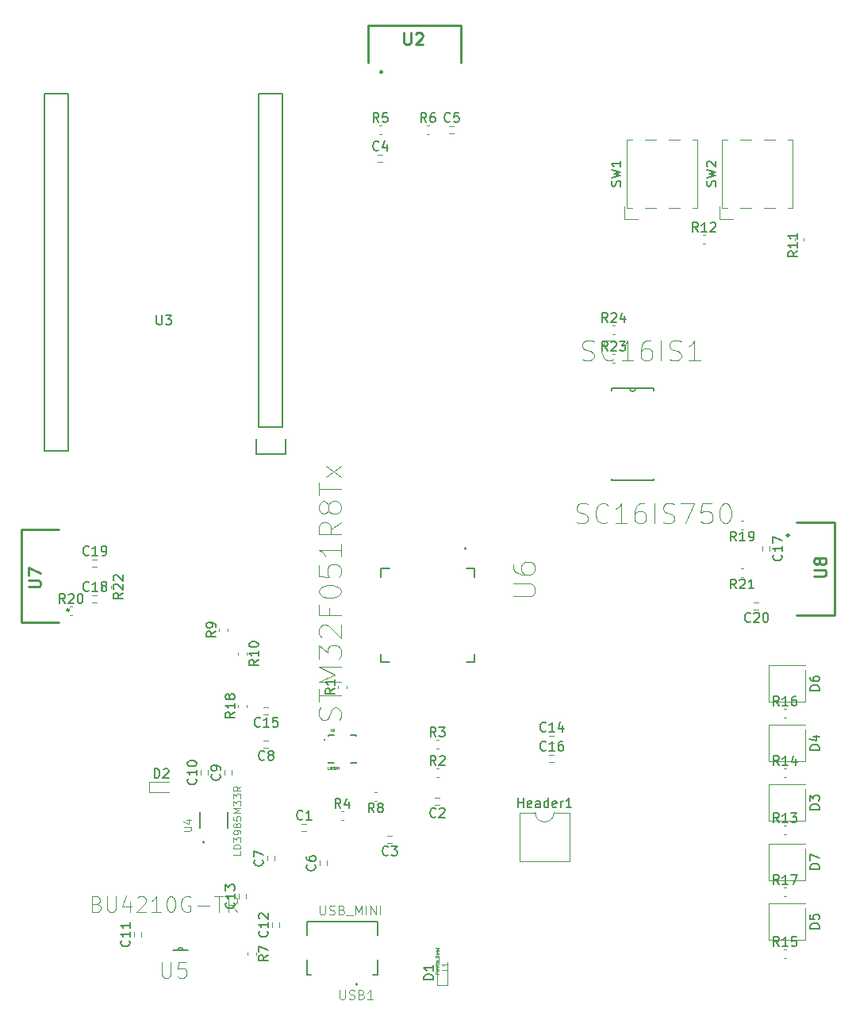
<source format=gto>
G04 #@! TF.FileFunction,Legend,Top*
%FSLAX46Y46*%
G04 Gerber Fmt 4.6, Leading zero omitted, Abs format (unit mm)*
G04 Created by KiCad (PCBNEW 4.0.7) date 06/29/18 09:04:28*
%MOMM*%
%LPD*%
G01*
G04 APERTURE LIST*
%ADD10C,0.100000*%
%ADD11C,0.254000*%
%ADD12C,0.120000*%
%ADD13C,0.152400*%
%ADD14C,0.127000*%
%ADD15C,0.150000*%
%ADD16C,0.200000*%
%ADD17C,0.050000*%
G04 APERTURE END LIST*
D10*
D11*
X128778000Y-44196000D02*
X128778000Y-40196000D01*
X128778000Y-40196000D02*
X138678000Y-40196000D01*
X138678000Y-40196000D02*
X138678000Y-44196000D01*
X130247300Y-45144330D02*
G75*
G03X130247300Y-45144330I-119300J0D01*
G01*
D12*
X170796000Y-96262000D02*
X170796000Y-95762000D01*
X171596000Y-95762000D02*
X171596000Y-96262000D01*
X168536000Y-93912000D02*
X168776000Y-93912000D01*
X168776000Y-93032000D02*
X168536000Y-93032000D01*
X168536000Y-98992000D02*
X168776000Y-98992000D01*
X168776000Y-98112000D02*
X168536000Y-98112000D01*
X169930000Y-101708000D02*
X170430000Y-101708000D01*
X170430000Y-102508000D02*
X169930000Y-102508000D01*
D11*
X174498000Y-93218000D02*
X178498000Y-93218000D01*
X178498000Y-93218000D02*
X178498000Y-103118000D01*
X178498000Y-103118000D02*
X174498000Y-103118000D01*
X173668970Y-94568000D02*
G75*
G03X173668970Y-94568000I-119300J0D01*
G01*
X95758000Y-103886000D02*
X91758000Y-103886000D01*
X91758000Y-103886000D02*
X91758000Y-93986000D01*
X91758000Y-93986000D02*
X95758000Y-93986000D01*
X96825630Y-102536000D02*
G75*
G03X96825630Y-102536000I-119300J0D01*
G01*
D12*
X99818000Y-97936000D02*
X99318000Y-97936000D01*
X99318000Y-97136000D02*
X99818000Y-97136000D01*
X99818000Y-101746000D02*
X99318000Y-101746000D01*
X99318000Y-100946000D02*
X99818000Y-100946000D01*
X97148000Y-102176000D02*
X96908000Y-102176000D01*
X96908000Y-103056000D02*
X97148000Y-103056000D01*
X101278000Y-100196000D02*
X101278000Y-99956000D01*
X100398000Y-99956000D02*
X100398000Y-100196000D01*
X173348000Y-138752000D02*
X173108000Y-138752000D01*
X173108000Y-139632000D02*
X173348000Y-139632000D01*
X175363000Y-137693000D02*
X171513000Y-137693000D01*
X171513000Y-137693000D02*
X171513000Y-133833000D01*
X171513000Y-133833000D02*
X175363000Y-133833000D01*
X175363000Y-134363000D02*
X175363000Y-137693000D01*
X122170000Y-126130000D02*
X121670000Y-126130000D01*
X121670000Y-125330000D02*
X122170000Y-125330000D01*
X135894000Y-122536000D02*
X136394000Y-122536000D01*
X136394000Y-123336000D02*
X135894000Y-123336000D01*
X130814000Y-126600000D02*
X131314000Y-126600000D01*
X131314000Y-127400000D02*
X130814000Y-127400000D01*
X130298000Y-54756000D02*
X129798000Y-54756000D01*
X129798000Y-53956000D02*
X130298000Y-53956000D01*
X137918000Y-51708000D02*
X137418000Y-51708000D01*
X137418000Y-50908000D02*
X137918000Y-50908000D01*
X124352000Y-129290000D02*
X124352000Y-129790000D01*
X123552000Y-129790000D02*
X123552000Y-129290000D01*
X118764000Y-128782000D02*
X118764000Y-129282000D01*
X117964000Y-129282000D02*
X117964000Y-128782000D01*
X117606000Y-116440000D02*
X118106000Y-116440000D01*
X118106000Y-117240000D02*
X117606000Y-117240000D01*
X114192000Y-119638000D02*
X114192000Y-120138000D01*
X113392000Y-120138000D02*
X113392000Y-119638000D01*
X111652000Y-119638000D02*
X111652000Y-120138000D01*
X110852000Y-120138000D02*
X110852000Y-119638000D01*
X104540000Y-136910000D02*
X104540000Y-137410000D01*
X103740000Y-137410000D02*
X103740000Y-136910000D01*
X119272000Y-135894000D02*
X119272000Y-136394000D01*
X118472000Y-136394000D02*
X118472000Y-135894000D01*
X115716000Y-132846000D02*
X115716000Y-133346000D01*
X114916000Y-133346000D02*
X114916000Y-132846000D01*
X148586000Y-116732000D02*
X148086000Y-116732000D01*
X148086000Y-115932000D02*
X148586000Y-115932000D01*
X117606000Y-112884000D02*
X118106000Y-112884000D01*
X118106000Y-113684000D02*
X117606000Y-113684000D01*
X148586000Y-118764000D02*
X148086000Y-118764000D01*
X148086000Y-117964000D02*
X148586000Y-117964000D01*
X136082000Y-142524000D02*
X137222000Y-142524000D01*
X137222000Y-142524000D02*
X137222000Y-140424000D01*
X136082000Y-142524000D02*
X136082000Y-140424000D01*
X105380000Y-120842000D02*
X105380000Y-121982000D01*
X105380000Y-121982000D02*
X107480000Y-121982000D01*
X105380000Y-120842000D02*
X107480000Y-120842000D01*
X175363000Y-124993000D02*
X171513000Y-124993000D01*
X171513000Y-124993000D02*
X171513000Y-121133000D01*
X171513000Y-121133000D02*
X175363000Y-121133000D01*
X175363000Y-121663000D02*
X175363000Y-124993000D01*
X175363000Y-118643000D02*
X171513000Y-118643000D01*
X171513000Y-118643000D02*
X171513000Y-114783000D01*
X171513000Y-114783000D02*
X175363000Y-114783000D01*
X175363000Y-115313000D02*
X175363000Y-118643000D01*
X175363000Y-112293000D02*
X171513000Y-112293000D01*
X171513000Y-112293000D02*
X171513000Y-108433000D01*
X171513000Y-108433000D02*
X175363000Y-108433000D01*
X175363000Y-108963000D02*
X175363000Y-112293000D01*
X175363000Y-131343000D02*
X171513000Y-131343000D01*
X171513000Y-131343000D02*
X171513000Y-127483000D01*
X171513000Y-127483000D02*
X175363000Y-127483000D01*
X175363000Y-128013000D02*
X175363000Y-131343000D01*
X148574000Y-124146000D02*
G75*
G02X146574000Y-124146000I-1000000J0D01*
G01*
X146574000Y-124146000D02*
X144924000Y-124146000D01*
X144924000Y-124146000D02*
X144924000Y-129346000D01*
X144924000Y-129346000D02*
X150224000Y-129346000D01*
X150224000Y-129346000D02*
X150224000Y-124146000D01*
X150224000Y-124146000D02*
X148574000Y-124146000D01*
X125544000Y-110624000D02*
X125544000Y-110864000D01*
X126424000Y-110864000D02*
X126424000Y-110624000D01*
X136264000Y-119448000D02*
X136024000Y-119448000D01*
X136024000Y-120328000D02*
X136264000Y-120328000D01*
X136264000Y-116400000D02*
X136024000Y-116400000D01*
X136024000Y-117280000D02*
X136264000Y-117280000D01*
X126104000Y-124020000D02*
X125864000Y-124020000D01*
X125864000Y-124900000D02*
X126104000Y-124900000D01*
X130168000Y-50868000D02*
X129928000Y-50868000D01*
X129928000Y-51748000D02*
X130168000Y-51748000D01*
X135248000Y-50868000D02*
X135008000Y-50868000D01*
X135008000Y-51748000D02*
X135248000Y-51748000D01*
X116772000Y-139312000D02*
X116772000Y-139072000D01*
X115892000Y-139072000D02*
X115892000Y-139312000D01*
X129420000Y-122868000D02*
X129660000Y-122868000D01*
X129660000Y-121988000D02*
X129420000Y-121988000D01*
X112844000Y-104528000D02*
X112844000Y-104768000D01*
X113724000Y-104768000D02*
X113724000Y-104528000D01*
X115756000Y-107308000D02*
X115756000Y-107068000D01*
X114876000Y-107068000D02*
X114876000Y-107308000D01*
X175192000Y-63112000D02*
X175192000Y-62872000D01*
X174312000Y-62872000D02*
X174312000Y-63112000D01*
X164712000Y-62552000D02*
X164472000Y-62552000D01*
X164472000Y-63432000D02*
X164712000Y-63432000D01*
X173348000Y-125544000D02*
X173108000Y-125544000D01*
X173108000Y-126424000D02*
X173348000Y-126424000D01*
X173348000Y-119448000D02*
X173108000Y-119448000D01*
X173108000Y-120328000D02*
X173348000Y-120328000D01*
X173348000Y-113098000D02*
X173108000Y-113098000D01*
X173108000Y-113978000D02*
X173348000Y-113978000D01*
X173348000Y-132148000D02*
X173108000Y-132148000D01*
X173108000Y-133028000D02*
X173348000Y-133028000D01*
X114876000Y-112656000D02*
X114876000Y-112896000D01*
X115756000Y-112896000D02*
X115756000Y-112656000D01*
X155060000Y-75252000D02*
X154820000Y-75252000D01*
X154820000Y-76132000D02*
X155060000Y-76132000D01*
X155060000Y-72204000D02*
X154820000Y-72204000D01*
X154820000Y-73084000D02*
X155060000Y-73084000D01*
D13*
X159232600Y-79095600D02*
X159232600Y-78917800D01*
X154711400Y-88544400D02*
X154711400Y-88722200D01*
X154711400Y-88722200D02*
X159232600Y-88722200D01*
X159232600Y-88722200D02*
X159232600Y-88544400D01*
X159232600Y-78917800D02*
X157276800Y-78917800D01*
X157276800Y-78917800D02*
X156667200Y-78917800D01*
X156667200Y-78917800D02*
X154711400Y-78917800D01*
X154711400Y-78917800D02*
X154711400Y-79095600D01*
X157276800Y-78917800D02*
G75*
G02X156667200Y-78917800I-304800J0D01*
G01*
D12*
X156907000Y-59677000D02*
X156377000Y-59677000D01*
X156377000Y-59677000D02*
X156377000Y-52337000D01*
X156377000Y-52337000D02*
X156907000Y-52337000D01*
X163387000Y-59677000D02*
X163917000Y-59677000D01*
X163917000Y-59677000D02*
X163917000Y-52337000D01*
X163917000Y-52337000D02*
X163387000Y-52337000D01*
X158307000Y-59677000D02*
X159447000Y-59677000D01*
X160847000Y-59677000D02*
X161987000Y-59677000D01*
X158307000Y-52337000D02*
X159447000Y-52337000D01*
X160847000Y-52337000D02*
X161987000Y-52337000D01*
X157497000Y-60877000D02*
X156127000Y-60877000D01*
X156127000Y-60877000D02*
X156127000Y-59507000D01*
X167067000Y-59677000D02*
X166537000Y-59677000D01*
X166537000Y-59677000D02*
X166537000Y-52337000D01*
X166537000Y-52337000D02*
X167067000Y-52337000D01*
X173547000Y-59677000D02*
X174077000Y-59677000D01*
X174077000Y-59677000D02*
X174077000Y-52337000D01*
X174077000Y-52337000D02*
X173547000Y-52337000D01*
X168467000Y-59677000D02*
X169607000Y-59677000D01*
X171007000Y-59677000D02*
X172147000Y-59677000D01*
X168467000Y-52337000D02*
X169607000Y-52337000D01*
X171007000Y-52337000D02*
X172147000Y-52337000D01*
X167657000Y-60877000D02*
X166287000Y-60877000D01*
X166287000Y-60877000D02*
X166287000Y-59507000D01*
D10*
X124181000Y-116368000D02*
G75*
G03X124181000Y-116368000I-100000J0D01*
G01*
D14*
X124484000Y-115948000D02*
X124484000Y-115848000D01*
X124484000Y-115848000D02*
X125084000Y-115848000D01*
X126884000Y-115848000D02*
X127484000Y-115848000D01*
X127484000Y-115848000D02*
X127484000Y-115948000D01*
X124484000Y-118748000D02*
X124484000Y-118848000D01*
X124484000Y-118848000D02*
X125084000Y-118848000D01*
X126884000Y-118848000D02*
X127484000Y-118848000D01*
X127484000Y-118848000D02*
X127484000Y-118748000D01*
D15*
X119634000Y-83058000D02*
X119634000Y-47498000D01*
X119634000Y-47498000D02*
X117094000Y-47498000D01*
X117094000Y-47498000D02*
X117094000Y-83058000D01*
X116814000Y-85878000D02*
X116814000Y-84328000D01*
X117094000Y-83058000D02*
X119634000Y-83058000D01*
X119914000Y-84328000D02*
X119914000Y-85878000D01*
X119914000Y-85878000D02*
X116814000Y-85878000D01*
X96774000Y-47498000D02*
X94234000Y-47498000D01*
X96774000Y-85598000D02*
X96774000Y-47498000D01*
X94234000Y-85598000D02*
X96774000Y-85598000D01*
X94234000Y-47498000D02*
X94234000Y-85598000D01*
D14*
X110768000Y-125818000D02*
X110768000Y-124118000D01*
X113768000Y-124118000D02*
X113768000Y-125818000D01*
D16*
X111298000Y-127308000D02*
G75*
G03X111298000Y-127308000I-100000J0D01*
G01*
D13*
X107924600Y-138861800D02*
X108407200Y-138861800D01*
X108407200Y-138861800D02*
X109016800Y-138861800D01*
X109016800Y-138861800D02*
X109499400Y-138861800D01*
X108407200Y-138861800D02*
G75*
G02X109016800Y-138861800I304800J0D01*
G01*
D16*
X139228000Y-95984000D02*
G75*
G03X139228000Y-95984000I-100000J0D01*
G01*
D14*
X130128000Y-98124000D02*
X130128000Y-98999000D01*
X140128000Y-98124000D02*
X140128000Y-98999000D01*
X130128000Y-108124000D02*
X130128000Y-107216500D01*
X140128000Y-108124000D02*
X140128000Y-107249000D01*
X130128000Y-98124000D02*
X131003000Y-98124000D01*
X140128000Y-98124000D02*
X139253000Y-98124000D01*
X130128000Y-108124000D02*
X131003000Y-108124000D01*
X140128000Y-108124000D02*
X139253000Y-108124000D01*
X129734000Y-141449000D02*
X129284000Y-141449000D01*
X122684000Y-141449000D02*
X122234000Y-141449000D01*
X122234000Y-141449000D02*
X122234000Y-139849000D01*
X122234000Y-137249000D02*
X122234000Y-135799000D01*
X122234000Y-135799000D02*
X129734000Y-135799000D01*
X129734000Y-135799000D02*
X129734000Y-137249000D01*
X129734000Y-139849000D02*
X129734000Y-141449000D01*
D10*
X127611000Y-142474000D02*
G75*
G03X127611000Y-142474000I-127000J0D01*
G01*
D11*
X132579711Y-40959194D02*
X132579711Y-41987289D01*
X132640187Y-42108241D01*
X132700663Y-42168718D01*
X132821616Y-42229194D01*
X133063520Y-42229194D01*
X133184473Y-42168718D01*
X133244949Y-42108241D01*
X133305425Y-41987289D01*
X133305425Y-40959194D01*
X133849711Y-41080146D02*
X133910187Y-41019670D01*
X134031139Y-40959194D01*
X134333520Y-40959194D01*
X134454473Y-41019670D01*
X134514949Y-41080146D01*
X134575425Y-41201099D01*
X134575425Y-41322051D01*
X134514949Y-41503480D01*
X133789235Y-42229194D01*
X134575425Y-42229194D01*
D15*
X172823143Y-96654857D02*
X172870762Y-96702476D01*
X172918381Y-96845333D01*
X172918381Y-96940571D01*
X172870762Y-97083429D01*
X172775524Y-97178667D01*
X172680286Y-97226286D01*
X172489810Y-97273905D01*
X172346952Y-97273905D01*
X172156476Y-97226286D01*
X172061238Y-97178667D01*
X171966000Y-97083429D01*
X171918381Y-96940571D01*
X171918381Y-96845333D01*
X171966000Y-96702476D01*
X172013619Y-96654857D01*
X172918381Y-95702476D02*
X172918381Y-96273905D01*
X172918381Y-95988191D02*
X171918381Y-95988191D01*
X172061238Y-96083429D01*
X172156476Y-96178667D01*
X172204095Y-96273905D01*
X171918381Y-95369143D02*
X171918381Y-94702476D01*
X172918381Y-95131048D01*
X168013143Y-95174381D02*
X167679809Y-94698190D01*
X167441714Y-95174381D02*
X167441714Y-94174381D01*
X167822667Y-94174381D01*
X167917905Y-94222000D01*
X167965524Y-94269619D01*
X168013143Y-94364857D01*
X168013143Y-94507714D01*
X167965524Y-94602952D01*
X167917905Y-94650571D01*
X167822667Y-94698190D01*
X167441714Y-94698190D01*
X168965524Y-95174381D02*
X168394095Y-95174381D01*
X168679809Y-95174381D02*
X168679809Y-94174381D01*
X168584571Y-94317238D01*
X168489333Y-94412476D01*
X168394095Y-94460095D01*
X169441714Y-95174381D02*
X169632190Y-95174381D01*
X169727429Y-95126762D01*
X169775048Y-95079143D01*
X169870286Y-94936286D01*
X169917905Y-94745810D01*
X169917905Y-94364857D01*
X169870286Y-94269619D01*
X169822667Y-94222000D01*
X169727429Y-94174381D01*
X169536952Y-94174381D01*
X169441714Y-94222000D01*
X169394095Y-94269619D01*
X169346476Y-94364857D01*
X169346476Y-94602952D01*
X169394095Y-94698190D01*
X169441714Y-94745810D01*
X169536952Y-94793429D01*
X169727429Y-94793429D01*
X169822667Y-94745810D01*
X169870286Y-94698190D01*
X169917905Y-94602952D01*
X168013143Y-100254381D02*
X167679809Y-99778190D01*
X167441714Y-100254381D02*
X167441714Y-99254381D01*
X167822667Y-99254381D01*
X167917905Y-99302000D01*
X167965524Y-99349619D01*
X168013143Y-99444857D01*
X168013143Y-99587714D01*
X167965524Y-99682952D01*
X167917905Y-99730571D01*
X167822667Y-99778190D01*
X167441714Y-99778190D01*
X168394095Y-99349619D02*
X168441714Y-99302000D01*
X168536952Y-99254381D01*
X168775048Y-99254381D01*
X168870286Y-99302000D01*
X168917905Y-99349619D01*
X168965524Y-99444857D01*
X168965524Y-99540095D01*
X168917905Y-99682952D01*
X168346476Y-100254381D01*
X168965524Y-100254381D01*
X169917905Y-100254381D02*
X169346476Y-100254381D01*
X169632190Y-100254381D02*
X169632190Y-99254381D01*
X169536952Y-99397238D01*
X169441714Y-99492476D01*
X169346476Y-99540095D01*
X169537143Y-103735143D02*
X169489524Y-103782762D01*
X169346667Y-103830381D01*
X169251429Y-103830381D01*
X169108571Y-103782762D01*
X169013333Y-103687524D01*
X168965714Y-103592286D01*
X168918095Y-103401810D01*
X168918095Y-103258952D01*
X168965714Y-103068476D01*
X169013333Y-102973238D01*
X169108571Y-102878000D01*
X169251429Y-102830381D01*
X169346667Y-102830381D01*
X169489524Y-102878000D01*
X169537143Y-102925619D01*
X169918095Y-102925619D02*
X169965714Y-102878000D01*
X170060952Y-102830381D01*
X170299048Y-102830381D01*
X170394286Y-102878000D01*
X170441905Y-102925619D01*
X170489524Y-103020857D01*
X170489524Y-103116095D01*
X170441905Y-103258952D01*
X169870476Y-103830381D01*
X170489524Y-103830381D01*
X171108571Y-102830381D02*
X171203810Y-102830381D01*
X171299048Y-102878000D01*
X171346667Y-102925619D01*
X171394286Y-103020857D01*
X171441905Y-103211333D01*
X171441905Y-103449429D01*
X171394286Y-103639905D01*
X171346667Y-103735143D01*
X171299048Y-103782762D01*
X171203810Y-103830381D01*
X171108571Y-103830381D01*
X171013333Y-103782762D01*
X170965714Y-103735143D01*
X170918095Y-103639905D01*
X170870476Y-103449429D01*
X170870476Y-103211333D01*
X170918095Y-103020857D01*
X170965714Y-102925619D01*
X171013333Y-102878000D01*
X171108571Y-102830381D01*
D11*
X176343854Y-98954949D02*
X177371949Y-98954949D01*
X177492901Y-98894473D01*
X177553378Y-98833997D01*
X177613854Y-98713044D01*
X177613854Y-98471140D01*
X177553378Y-98350187D01*
X177492901Y-98289711D01*
X177371949Y-98229235D01*
X176343854Y-98229235D01*
X176888140Y-97443044D02*
X176827663Y-97563997D01*
X176767187Y-97624473D01*
X176646235Y-97684949D01*
X176585759Y-97684949D01*
X176464806Y-97624473D01*
X176404330Y-97563997D01*
X176343854Y-97443044D01*
X176343854Y-97201140D01*
X176404330Y-97080187D01*
X176464806Y-97019711D01*
X176585759Y-96959235D01*
X176646235Y-96959235D01*
X176767187Y-97019711D01*
X176827663Y-97080187D01*
X176888140Y-97201140D01*
X176888140Y-97443044D01*
X176948616Y-97563997D01*
X177009092Y-97624473D01*
X177130044Y-97684949D01*
X177371949Y-97684949D01*
X177492901Y-97624473D01*
X177553378Y-97563997D01*
X177613854Y-97443044D01*
X177613854Y-97201140D01*
X177553378Y-97080187D01*
X177492901Y-97019711D01*
X177371949Y-96959235D01*
X177130044Y-96959235D01*
X177009092Y-97019711D01*
X176948616Y-97080187D01*
X176888140Y-97201140D01*
X92521194Y-100084289D02*
X93549289Y-100084289D01*
X93670241Y-100023813D01*
X93730718Y-99963337D01*
X93791194Y-99842384D01*
X93791194Y-99600480D01*
X93730718Y-99479527D01*
X93670241Y-99419051D01*
X93549289Y-99358575D01*
X92521194Y-99358575D01*
X92521194Y-98874765D02*
X92521194Y-98028099D01*
X93791194Y-98572384D01*
D15*
X98925143Y-96623143D02*
X98877524Y-96670762D01*
X98734667Y-96718381D01*
X98639429Y-96718381D01*
X98496571Y-96670762D01*
X98401333Y-96575524D01*
X98353714Y-96480286D01*
X98306095Y-96289810D01*
X98306095Y-96146952D01*
X98353714Y-95956476D01*
X98401333Y-95861238D01*
X98496571Y-95766000D01*
X98639429Y-95718381D01*
X98734667Y-95718381D01*
X98877524Y-95766000D01*
X98925143Y-95813619D01*
X99877524Y-96718381D02*
X99306095Y-96718381D01*
X99591809Y-96718381D02*
X99591809Y-95718381D01*
X99496571Y-95861238D01*
X99401333Y-95956476D01*
X99306095Y-96004095D01*
X100353714Y-96718381D02*
X100544190Y-96718381D01*
X100639429Y-96670762D01*
X100687048Y-96623143D01*
X100782286Y-96480286D01*
X100829905Y-96289810D01*
X100829905Y-95908857D01*
X100782286Y-95813619D01*
X100734667Y-95766000D01*
X100639429Y-95718381D01*
X100448952Y-95718381D01*
X100353714Y-95766000D01*
X100306095Y-95813619D01*
X100258476Y-95908857D01*
X100258476Y-96146952D01*
X100306095Y-96242190D01*
X100353714Y-96289810D01*
X100448952Y-96337429D01*
X100639429Y-96337429D01*
X100734667Y-96289810D01*
X100782286Y-96242190D01*
X100829905Y-96146952D01*
X98925143Y-100433143D02*
X98877524Y-100480762D01*
X98734667Y-100528381D01*
X98639429Y-100528381D01*
X98496571Y-100480762D01*
X98401333Y-100385524D01*
X98353714Y-100290286D01*
X98306095Y-100099810D01*
X98306095Y-99956952D01*
X98353714Y-99766476D01*
X98401333Y-99671238D01*
X98496571Y-99576000D01*
X98639429Y-99528381D01*
X98734667Y-99528381D01*
X98877524Y-99576000D01*
X98925143Y-99623619D01*
X99877524Y-100528381D02*
X99306095Y-100528381D01*
X99591809Y-100528381D02*
X99591809Y-99528381D01*
X99496571Y-99671238D01*
X99401333Y-99766476D01*
X99306095Y-99814095D01*
X100448952Y-99956952D02*
X100353714Y-99909333D01*
X100306095Y-99861714D01*
X100258476Y-99766476D01*
X100258476Y-99718857D01*
X100306095Y-99623619D01*
X100353714Y-99576000D01*
X100448952Y-99528381D01*
X100639429Y-99528381D01*
X100734667Y-99576000D01*
X100782286Y-99623619D01*
X100829905Y-99718857D01*
X100829905Y-99766476D01*
X100782286Y-99861714D01*
X100734667Y-99909333D01*
X100639429Y-99956952D01*
X100448952Y-99956952D01*
X100353714Y-100004571D01*
X100306095Y-100052190D01*
X100258476Y-100147429D01*
X100258476Y-100337905D01*
X100306095Y-100433143D01*
X100353714Y-100480762D01*
X100448952Y-100528381D01*
X100639429Y-100528381D01*
X100734667Y-100480762D01*
X100782286Y-100433143D01*
X100829905Y-100337905D01*
X100829905Y-100147429D01*
X100782286Y-100052190D01*
X100734667Y-100004571D01*
X100639429Y-99956952D01*
X96385143Y-101818381D02*
X96051809Y-101342190D01*
X95813714Y-101818381D02*
X95813714Y-100818381D01*
X96194667Y-100818381D01*
X96289905Y-100866000D01*
X96337524Y-100913619D01*
X96385143Y-101008857D01*
X96385143Y-101151714D01*
X96337524Y-101246952D01*
X96289905Y-101294571D01*
X96194667Y-101342190D01*
X95813714Y-101342190D01*
X96766095Y-100913619D02*
X96813714Y-100866000D01*
X96908952Y-100818381D01*
X97147048Y-100818381D01*
X97242286Y-100866000D01*
X97289905Y-100913619D01*
X97337524Y-101008857D01*
X97337524Y-101104095D01*
X97289905Y-101246952D01*
X96718476Y-101818381D01*
X97337524Y-101818381D01*
X97956571Y-100818381D02*
X98051810Y-100818381D01*
X98147048Y-100866000D01*
X98194667Y-100913619D01*
X98242286Y-101008857D01*
X98289905Y-101199333D01*
X98289905Y-101437429D01*
X98242286Y-101627905D01*
X98194667Y-101723143D01*
X98147048Y-101770762D01*
X98051810Y-101818381D01*
X97956571Y-101818381D01*
X97861333Y-101770762D01*
X97813714Y-101723143D01*
X97766095Y-101627905D01*
X97718476Y-101437429D01*
X97718476Y-101199333D01*
X97766095Y-101008857D01*
X97813714Y-100913619D01*
X97861333Y-100866000D01*
X97956571Y-100818381D01*
X102540381Y-100718857D02*
X102064190Y-101052191D01*
X102540381Y-101290286D02*
X101540381Y-101290286D01*
X101540381Y-100909333D01*
X101588000Y-100814095D01*
X101635619Y-100766476D01*
X101730857Y-100718857D01*
X101873714Y-100718857D01*
X101968952Y-100766476D01*
X102016571Y-100814095D01*
X102064190Y-100909333D01*
X102064190Y-101290286D01*
X101635619Y-100337905D02*
X101588000Y-100290286D01*
X101540381Y-100195048D01*
X101540381Y-99956952D01*
X101588000Y-99861714D01*
X101635619Y-99814095D01*
X101730857Y-99766476D01*
X101826095Y-99766476D01*
X101968952Y-99814095D01*
X102540381Y-100385524D01*
X102540381Y-99766476D01*
X101635619Y-99385524D02*
X101588000Y-99337905D01*
X101540381Y-99242667D01*
X101540381Y-99004571D01*
X101588000Y-98909333D01*
X101635619Y-98861714D01*
X101730857Y-98814095D01*
X101826095Y-98814095D01*
X101968952Y-98861714D01*
X102540381Y-99433143D01*
X102540381Y-98814095D01*
X172585143Y-138394381D02*
X172251809Y-137918190D01*
X172013714Y-138394381D02*
X172013714Y-137394381D01*
X172394667Y-137394381D01*
X172489905Y-137442000D01*
X172537524Y-137489619D01*
X172585143Y-137584857D01*
X172585143Y-137727714D01*
X172537524Y-137822952D01*
X172489905Y-137870571D01*
X172394667Y-137918190D01*
X172013714Y-137918190D01*
X173537524Y-138394381D02*
X172966095Y-138394381D01*
X173251809Y-138394381D02*
X173251809Y-137394381D01*
X173156571Y-137537238D01*
X173061333Y-137632476D01*
X172966095Y-137680095D01*
X174442286Y-137394381D02*
X173966095Y-137394381D01*
X173918476Y-137870571D01*
X173966095Y-137822952D01*
X174061333Y-137775333D01*
X174299429Y-137775333D01*
X174394667Y-137822952D01*
X174442286Y-137870571D01*
X174489905Y-137965810D01*
X174489905Y-138203905D01*
X174442286Y-138299143D01*
X174394667Y-138346762D01*
X174299429Y-138394381D01*
X174061333Y-138394381D01*
X173966095Y-138346762D01*
X173918476Y-138299143D01*
X176895381Y-136501095D02*
X175895381Y-136501095D01*
X175895381Y-136263000D01*
X175943000Y-136120142D01*
X176038238Y-136024904D01*
X176133476Y-135977285D01*
X176323952Y-135929666D01*
X176466810Y-135929666D01*
X176657286Y-135977285D01*
X176752524Y-136024904D01*
X176847762Y-136120142D01*
X176895381Y-136263000D01*
X176895381Y-136501095D01*
X175895381Y-135024904D02*
X175895381Y-135501095D01*
X176371571Y-135548714D01*
X176323952Y-135501095D01*
X176276333Y-135405857D01*
X176276333Y-135167761D01*
X176323952Y-135072523D01*
X176371571Y-135024904D01*
X176466810Y-134977285D01*
X176704905Y-134977285D01*
X176800143Y-135024904D01*
X176847762Y-135072523D01*
X176895381Y-135167761D01*
X176895381Y-135405857D01*
X176847762Y-135501095D01*
X176800143Y-135548714D01*
X121753334Y-124817143D02*
X121705715Y-124864762D01*
X121562858Y-124912381D01*
X121467620Y-124912381D01*
X121324762Y-124864762D01*
X121229524Y-124769524D01*
X121181905Y-124674286D01*
X121134286Y-124483810D01*
X121134286Y-124340952D01*
X121181905Y-124150476D01*
X121229524Y-124055238D01*
X121324762Y-123960000D01*
X121467620Y-123912381D01*
X121562858Y-123912381D01*
X121705715Y-123960000D01*
X121753334Y-124007619D01*
X122705715Y-124912381D02*
X122134286Y-124912381D01*
X122420000Y-124912381D02*
X122420000Y-123912381D01*
X122324762Y-124055238D01*
X122229524Y-124150476D01*
X122134286Y-124198095D01*
X135977334Y-124563143D02*
X135929715Y-124610762D01*
X135786858Y-124658381D01*
X135691620Y-124658381D01*
X135548762Y-124610762D01*
X135453524Y-124515524D01*
X135405905Y-124420286D01*
X135358286Y-124229810D01*
X135358286Y-124086952D01*
X135405905Y-123896476D01*
X135453524Y-123801238D01*
X135548762Y-123706000D01*
X135691620Y-123658381D01*
X135786858Y-123658381D01*
X135929715Y-123706000D01*
X135977334Y-123753619D01*
X136358286Y-123753619D02*
X136405905Y-123706000D01*
X136501143Y-123658381D01*
X136739239Y-123658381D01*
X136834477Y-123706000D01*
X136882096Y-123753619D01*
X136929715Y-123848857D01*
X136929715Y-123944095D01*
X136882096Y-124086952D01*
X136310667Y-124658381D01*
X136929715Y-124658381D01*
X130897334Y-128627143D02*
X130849715Y-128674762D01*
X130706858Y-128722381D01*
X130611620Y-128722381D01*
X130468762Y-128674762D01*
X130373524Y-128579524D01*
X130325905Y-128484286D01*
X130278286Y-128293810D01*
X130278286Y-128150952D01*
X130325905Y-127960476D01*
X130373524Y-127865238D01*
X130468762Y-127770000D01*
X130611620Y-127722381D01*
X130706858Y-127722381D01*
X130849715Y-127770000D01*
X130897334Y-127817619D01*
X131230667Y-127722381D02*
X131849715Y-127722381D01*
X131516381Y-128103333D01*
X131659239Y-128103333D01*
X131754477Y-128150952D01*
X131802096Y-128198571D01*
X131849715Y-128293810D01*
X131849715Y-128531905D01*
X131802096Y-128627143D01*
X131754477Y-128674762D01*
X131659239Y-128722381D01*
X131373524Y-128722381D01*
X131278286Y-128674762D01*
X131230667Y-128627143D01*
X129881334Y-53443143D02*
X129833715Y-53490762D01*
X129690858Y-53538381D01*
X129595620Y-53538381D01*
X129452762Y-53490762D01*
X129357524Y-53395524D01*
X129309905Y-53300286D01*
X129262286Y-53109810D01*
X129262286Y-52966952D01*
X129309905Y-52776476D01*
X129357524Y-52681238D01*
X129452762Y-52586000D01*
X129595620Y-52538381D01*
X129690858Y-52538381D01*
X129833715Y-52586000D01*
X129881334Y-52633619D01*
X130738477Y-52871714D02*
X130738477Y-53538381D01*
X130500381Y-52490762D02*
X130262286Y-53205048D01*
X130881334Y-53205048D01*
X137501334Y-50395143D02*
X137453715Y-50442762D01*
X137310858Y-50490381D01*
X137215620Y-50490381D01*
X137072762Y-50442762D01*
X136977524Y-50347524D01*
X136929905Y-50252286D01*
X136882286Y-50061810D01*
X136882286Y-49918952D01*
X136929905Y-49728476D01*
X136977524Y-49633238D01*
X137072762Y-49538000D01*
X137215620Y-49490381D01*
X137310858Y-49490381D01*
X137453715Y-49538000D01*
X137501334Y-49585619D01*
X138406096Y-49490381D02*
X137929905Y-49490381D01*
X137882286Y-49966571D01*
X137929905Y-49918952D01*
X138025143Y-49871333D01*
X138263239Y-49871333D01*
X138358477Y-49918952D01*
X138406096Y-49966571D01*
X138453715Y-50061810D01*
X138453715Y-50299905D01*
X138406096Y-50395143D01*
X138358477Y-50442762D01*
X138263239Y-50490381D01*
X138025143Y-50490381D01*
X137929905Y-50442762D01*
X137882286Y-50395143D01*
X123039143Y-129706666D02*
X123086762Y-129754285D01*
X123134381Y-129897142D01*
X123134381Y-129992380D01*
X123086762Y-130135238D01*
X122991524Y-130230476D01*
X122896286Y-130278095D01*
X122705810Y-130325714D01*
X122562952Y-130325714D01*
X122372476Y-130278095D01*
X122277238Y-130230476D01*
X122182000Y-130135238D01*
X122134381Y-129992380D01*
X122134381Y-129897142D01*
X122182000Y-129754285D01*
X122229619Y-129706666D01*
X122134381Y-128849523D02*
X122134381Y-129040000D01*
X122182000Y-129135238D01*
X122229619Y-129182857D01*
X122372476Y-129278095D01*
X122562952Y-129325714D01*
X122943905Y-129325714D01*
X123039143Y-129278095D01*
X123086762Y-129230476D01*
X123134381Y-129135238D01*
X123134381Y-128944761D01*
X123086762Y-128849523D01*
X123039143Y-128801904D01*
X122943905Y-128754285D01*
X122705810Y-128754285D01*
X122610571Y-128801904D01*
X122562952Y-128849523D01*
X122515333Y-128944761D01*
X122515333Y-129135238D01*
X122562952Y-129230476D01*
X122610571Y-129278095D01*
X122705810Y-129325714D01*
X117451143Y-129198666D02*
X117498762Y-129246285D01*
X117546381Y-129389142D01*
X117546381Y-129484380D01*
X117498762Y-129627238D01*
X117403524Y-129722476D01*
X117308286Y-129770095D01*
X117117810Y-129817714D01*
X116974952Y-129817714D01*
X116784476Y-129770095D01*
X116689238Y-129722476D01*
X116594000Y-129627238D01*
X116546381Y-129484380D01*
X116546381Y-129389142D01*
X116594000Y-129246285D01*
X116641619Y-129198666D01*
X116546381Y-128865333D02*
X116546381Y-128198666D01*
X117546381Y-128627238D01*
X117689334Y-118467143D02*
X117641715Y-118514762D01*
X117498858Y-118562381D01*
X117403620Y-118562381D01*
X117260762Y-118514762D01*
X117165524Y-118419524D01*
X117117905Y-118324286D01*
X117070286Y-118133810D01*
X117070286Y-117990952D01*
X117117905Y-117800476D01*
X117165524Y-117705238D01*
X117260762Y-117610000D01*
X117403620Y-117562381D01*
X117498858Y-117562381D01*
X117641715Y-117610000D01*
X117689334Y-117657619D01*
X118260762Y-117990952D02*
X118165524Y-117943333D01*
X118117905Y-117895714D01*
X118070286Y-117800476D01*
X118070286Y-117752857D01*
X118117905Y-117657619D01*
X118165524Y-117610000D01*
X118260762Y-117562381D01*
X118451239Y-117562381D01*
X118546477Y-117610000D01*
X118594096Y-117657619D01*
X118641715Y-117752857D01*
X118641715Y-117800476D01*
X118594096Y-117895714D01*
X118546477Y-117943333D01*
X118451239Y-117990952D01*
X118260762Y-117990952D01*
X118165524Y-118038571D01*
X118117905Y-118086190D01*
X118070286Y-118181429D01*
X118070286Y-118371905D01*
X118117905Y-118467143D01*
X118165524Y-118514762D01*
X118260762Y-118562381D01*
X118451239Y-118562381D01*
X118546477Y-118514762D01*
X118594096Y-118467143D01*
X118641715Y-118371905D01*
X118641715Y-118181429D01*
X118594096Y-118086190D01*
X118546477Y-118038571D01*
X118451239Y-117990952D01*
X112879143Y-120054666D02*
X112926762Y-120102285D01*
X112974381Y-120245142D01*
X112974381Y-120340380D01*
X112926762Y-120483238D01*
X112831524Y-120578476D01*
X112736286Y-120626095D01*
X112545810Y-120673714D01*
X112402952Y-120673714D01*
X112212476Y-120626095D01*
X112117238Y-120578476D01*
X112022000Y-120483238D01*
X111974381Y-120340380D01*
X111974381Y-120245142D01*
X112022000Y-120102285D01*
X112069619Y-120054666D01*
X112974381Y-119578476D02*
X112974381Y-119388000D01*
X112926762Y-119292761D01*
X112879143Y-119245142D01*
X112736286Y-119149904D01*
X112545810Y-119102285D01*
X112164857Y-119102285D01*
X112069619Y-119149904D01*
X112022000Y-119197523D01*
X111974381Y-119292761D01*
X111974381Y-119483238D01*
X112022000Y-119578476D01*
X112069619Y-119626095D01*
X112164857Y-119673714D01*
X112402952Y-119673714D01*
X112498190Y-119626095D01*
X112545810Y-119578476D01*
X112593429Y-119483238D01*
X112593429Y-119292761D01*
X112545810Y-119197523D01*
X112498190Y-119149904D01*
X112402952Y-119102285D01*
X110339143Y-120530857D02*
X110386762Y-120578476D01*
X110434381Y-120721333D01*
X110434381Y-120816571D01*
X110386762Y-120959429D01*
X110291524Y-121054667D01*
X110196286Y-121102286D01*
X110005810Y-121149905D01*
X109862952Y-121149905D01*
X109672476Y-121102286D01*
X109577238Y-121054667D01*
X109482000Y-120959429D01*
X109434381Y-120816571D01*
X109434381Y-120721333D01*
X109482000Y-120578476D01*
X109529619Y-120530857D01*
X110434381Y-119578476D02*
X110434381Y-120149905D01*
X110434381Y-119864191D02*
X109434381Y-119864191D01*
X109577238Y-119959429D01*
X109672476Y-120054667D01*
X109720095Y-120149905D01*
X109434381Y-118959429D02*
X109434381Y-118864190D01*
X109482000Y-118768952D01*
X109529619Y-118721333D01*
X109624857Y-118673714D01*
X109815333Y-118626095D01*
X110053429Y-118626095D01*
X110243905Y-118673714D01*
X110339143Y-118721333D01*
X110386762Y-118768952D01*
X110434381Y-118864190D01*
X110434381Y-118959429D01*
X110386762Y-119054667D01*
X110339143Y-119102286D01*
X110243905Y-119149905D01*
X110053429Y-119197524D01*
X109815333Y-119197524D01*
X109624857Y-119149905D01*
X109529619Y-119102286D01*
X109482000Y-119054667D01*
X109434381Y-118959429D01*
X103227143Y-137802857D02*
X103274762Y-137850476D01*
X103322381Y-137993333D01*
X103322381Y-138088571D01*
X103274762Y-138231429D01*
X103179524Y-138326667D01*
X103084286Y-138374286D01*
X102893810Y-138421905D01*
X102750952Y-138421905D01*
X102560476Y-138374286D01*
X102465238Y-138326667D01*
X102370000Y-138231429D01*
X102322381Y-138088571D01*
X102322381Y-137993333D01*
X102370000Y-137850476D01*
X102417619Y-137802857D01*
X103322381Y-136850476D02*
X103322381Y-137421905D01*
X103322381Y-137136191D02*
X102322381Y-137136191D01*
X102465238Y-137231429D01*
X102560476Y-137326667D01*
X102608095Y-137421905D01*
X103322381Y-135898095D02*
X103322381Y-136469524D01*
X103322381Y-136183810D02*
X102322381Y-136183810D01*
X102465238Y-136279048D01*
X102560476Y-136374286D01*
X102608095Y-136469524D01*
X117959143Y-136786857D02*
X118006762Y-136834476D01*
X118054381Y-136977333D01*
X118054381Y-137072571D01*
X118006762Y-137215429D01*
X117911524Y-137310667D01*
X117816286Y-137358286D01*
X117625810Y-137405905D01*
X117482952Y-137405905D01*
X117292476Y-137358286D01*
X117197238Y-137310667D01*
X117102000Y-137215429D01*
X117054381Y-137072571D01*
X117054381Y-136977333D01*
X117102000Y-136834476D01*
X117149619Y-136786857D01*
X118054381Y-135834476D02*
X118054381Y-136405905D01*
X118054381Y-136120191D02*
X117054381Y-136120191D01*
X117197238Y-136215429D01*
X117292476Y-136310667D01*
X117340095Y-136405905D01*
X117149619Y-135453524D02*
X117102000Y-135405905D01*
X117054381Y-135310667D01*
X117054381Y-135072571D01*
X117102000Y-134977333D01*
X117149619Y-134929714D01*
X117244857Y-134882095D01*
X117340095Y-134882095D01*
X117482952Y-134929714D01*
X118054381Y-135501143D01*
X118054381Y-134882095D01*
X114403143Y-133738857D02*
X114450762Y-133786476D01*
X114498381Y-133929333D01*
X114498381Y-134024571D01*
X114450762Y-134167429D01*
X114355524Y-134262667D01*
X114260286Y-134310286D01*
X114069810Y-134357905D01*
X113926952Y-134357905D01*
X113736476Y-134310286D01*
X113641238Y-134262667D01*
X113546000Y-134167429D01*
X113498381Y-134024571D01*
X113498381Y-133929333D01*
X113546000Y-133786476D01*
X113593619Y-133738857D01*
X114498381Y-132786476D02*
X114498381Y-133357905D01*
X114498381Y-133072191D02*
X113498381Y-133072191D01*
X113641238Y-133167429D01*
X113736476Y-133262667D01*
X113784095Y-133357905D01*
X113498381Y-132453143D02*
X113498381Y-131834095D01*
X113879333Y-132167429D01*
X113879333Y-132024571D01*
X113926952Y-131929333D01*
X113974571Y-131881714D01*
X114069810Y-131834095D01*
X114307905Y-131834095D01*
X114403143Y-131881714D01*
X114450762Y-131929333D01*
X114498381Y-132024571D01*
X114498381Y-132310286D01*
X114450762Y-132405524D01*
X114403143Y-132453143D01*
X147693143Y-115419143D02*
X147645524Y-115466762D01*
X147502667Y-115514381D01*
X147407429Y-115514381D01*
X147264571Y-115466762D01*
X147169333Y-115371524D01*
X147121714Y-115276286D01*
X147074095Y-115085810D01*
X147074095Y-114942952D01*
X147121714Y-114752476D01*
X147169333Y-114657238D01*
X147264571Y-114562000D01*
X147407429Y-114514381D01*
X147502667Y-114514381D01*
X147645524Y-114562000D01*
X147693143Y-114609619D01*
X148645524Y-115514381D02*
X148074095Y-115514381D01*
X148359809Y-115514381D02*
X148359809Y-114514381D01*
X148264571Y-114657238D01*
X148169333Y-114752476D01*
X148074095Y-114800095D01*
X149502667Y-114847714D02*
X149502667Y-115514381D01*
X149264571Y-114466762D02*
X149026476Y-115181048D01*
X149645524Y-115181048D01*
X117213143Y-114911143D02*
X117165524Y-114958762D01*
X117022667Y-115006381D01*
X116927429Y-115006381D01*
X116784571Y-114958762D01*
X116689333Y-114863524D01*
X116641714Y-114768286D01*
X116594095Y-114577810D01*
X116594095Y-114434952D01*
X116641714Y-114244476D01*
X116689333Y-114149238D01*
X116784571Y-114054000D01*
X116927429Y-114006381D01*
X117022667Y-114006381D01*
X117165524Y-114054000D01*
X117213143Y-114101619D01*
X118165524Y-115006381D02*
X117594095Y-115006381D01*
X117879809Y-115006381D02*
X117879809Y-114006381D01*
X117784571Y-114149238D01*
X117689333Y-114244476D01*
X117594095Y-114292095D01*
X119070286Y-114006381D02*
X118594095Y-114006381D01*
X118546476Y-114482571D01*
X118594095Y-114434952D01*
X118689333Y-114387333D01*
X118927429Y-114387333D01*
X119022667Y-114434952D01*
X119070286Y-114482571D01*
X119117905Y-114577810D01*
X119117905Y-114815905D01*
X119070286Y-114911143D01*
X119022667Y-114958762D01*
X118927429Y-115006381D01*
X118689333Y-115006381D01*
X118594095Y-114958762D01*
X118546476Y-114911143D01*
X147693143Y-117451143D02*
X147645524Y-117498762D01*
X147502667Y-117546381D01*
X147407429Y-117546381D01*
X147264571Y-117498762D01*
X147169333Y-117403524D01*
X147121714Y-117308286D01*
X147074095Y-117117810D01*
X147074095Y-116974952D01*
X147121714Y-116784476D01*
X147169333Y-116689238D01*
X147264571Y-116594000D01*
X147407429Y-116546381D01*
X147502667Y-116546381D01*
X147645524Y-116594000D01*
X147693143Y-116641619D01*
X148645524Y-117546381D02*
X148074095Y-117546381D01*
X148359809Y-117546381D02*
X148359809Y-116546381D01*
X148264571Y-116689238D01*
X148169333Y-116784476D01*
X148074095Y-116832095D01*
X149502667Y-116546381D02*
X149312190Y-116546381D01*
X149216952Y-116594000D01*
X149169333Y-116641619D01*
X149074095Y-116784476D01*
X149026476Y-116974952D01*
X149026476Y-117355905D01*
X149074095Y-117451143D01*
X149121714Y-117498762D01*
X149216952Y-117546381D01*
X149407429Y-117546381D01*
X149502667Y-117498762D01*
X149550286Y-117451143D01*
X149597905Y-117355905D01*
X149597905Y-117117810D01*
X149550286Y-117022571D01*
X149502667Y-116974952D01*
X149407429Y-116927333D01*
X149216952Y-116927333D01*
X149121714Y-116974952D01*
X149074095Y-117022571D01*
X149026476Y-117117810D01*
X135704381Y-141962095D02*
X134704381Y-141962095D01*
X134704381Y-141724000D01*
X134752000Y-141581142D01*
X134847238Y-141485904D01*
X134942476Y-141438285D01*
X135132952Y-141390666D01*
X135275810Y-141390666D01*
X135466286Y-141438285D01*
X135561524Y-141485904D01*
X135656762Y-141581142D01*
X135704381Y-141724000D01*
X135704381Y-141962095D01*
X135704381Y-140438285D02*
X135704381Y-141009714D01*
X135704381Y-140724000D02*
X134704381Y-140724000D01*
X134847238Y-140819238D01*
X134942476Y-140914476D01*
X134990095Y-141009714D01*
X105941905Y-120464381D02*
X105941905Y-119464381D01*
X106180000Y-119464381D01*
X106322858Y-119512000D01*
X106418096Y-119607238D01*
X106465715Y-119702476D01*
X106513334Y-119892952D01*
X106513334Y-120035810D01*
X106465715Y-120226286D01*
X106418096Y-120321524D01*
X106322858Y-120416762D01*
X106180000Y-120464381D01*
X105941905Y-120464381D01*
X106894286Y-119559619D02*
X106941905Y-119512000D01*
X107037143Y-119464381D01*
X107275239Y-119464381D01*
X107370477Y-119512000D01*
X107418096Y-119559619D01*
X107465715Y-119654857D01*
X107465715Y-119750095D01*
X107418096Y-119892952D01*
X106846667Y-120464381D01*
X107465715Y-120464381D01*
X176895381Y-123801095D02*
X175895381Y-123801095D01*
X175895381Y-123563000D01*
X175943000Y-123420142D01*
X176038238Y-123324904D01*
X176133476Y-123277285D01*
X176323952Y-123229666D01*
X176466810Y-123229666D01*
X176657286Y-123277285D01*
X176752524Y-123324904D01*
X176847762Y-123420142D01*
X176895381Y-123563000D01*
X176895381Y-123801095D01*
X175895381Y-122896333D02*
X175895381Y-122277285D01*
X176276333Y-122610619D01*
X176276333Y-122467761D01*
X176323952Y-122372523D01*
X176371571Y-122324904D01*
X176466810Y-122277285D01*
X176704905Y-122277285D01*
X176800143Y-122324904D01*
X176847762Y-122372523D01*
X176895381Y-122467761D01*
X176895381Y-122753476D01*
X176847762Y-122848714D01*
X176800143Y-122896333D01*
X176895381Y-117451095D02*
X175895381Y-117451095D01*
X175895381Y-117213000D01*
X175943000Y-117070142D01*
X176038238Y-116974904D01*
X176133476Y-116927285D01*
X176323952Y-116879666D01*
X176466810Y-116879666D01*
X176657286Y-116927285D01*
X176752524Y-116974904D01*
X176847762Y-117070142D01*
X176895381Y-117213000D01*
X176895381Y-117451095D01*
X176228714Y-116022523D02*
X176895381Y-116022523D01*
X175847762Y-116260619D02*
X176562048Y-116498714D01*
X176562048Y-115879666D01*
X176895381Y-111101095D02*
X175895381Y-111101095D01*
X175895381Y-110863000D01*
X175943000Y-110720142D01*
X176038238Y-110624904D01*
X176133476Y-110577285D01*
X176323952Y-110529666D01*
X176466810Y-110529666D01*
X176657286Y-110577285D01*
X176752524Y-110624904D01*
X176847762Y-110720142D01*
X176895381Y-110863000D01*
X176895381Y-111101095D01*
X175895381Y-109672523D02*
X175895381Y-109863000D01*
X175943000Y-109958238D01*
X175990619Y-110005857D01*
X176133476Y-110101095D01*
X176323952Y-110148714D01*
X176704905Y-110148714D01*
X176800143Y-110101095D01*
X176847762Y-110053476D01*
X176895381Y-109958238D01*
X176895381Y-109767761D01*
X176847762Y-109672523D01*
X176800143Y-109624904D01*
X176704905Y-109577285D01*
X176466810Y-109577285D01*
X176371571Y-109624904D01*
X176323952Y-109672523D01*
X176276333Y-109767761D01*
X176276333Y-109958238D01*
X176323952Y-110053476D01*
X176371571Y-110101095D01*
X176466810Y-110148714D01*
X176895381Y-130151095D02*
X175895381Y-130151095D01*
X175895381Y-129913000D01*
X175943000Y-129770142D01*
X176038238Y-129674904D01*
X176133476Y-129627285D01*
X176323952Y-129579666D01*
X176466810Y-129579666D01*
X176657286Y-129627285D01*
X176752524Y-129674904D01*
X176847762Y-129770142D01*
X176895381Y-129913000D01*
X176895381Y-130151095D01*
X175895381Y-129246333D02*
X175895381Y-128579666D01*
X176895381Y-129008238D01*
X144740666Y-123598381D02*
X144740666Y-122598381D01*
X144740666Y-123074571D02*
X145312095Y-123074571D01*
X145312095Y-123598381D02*
X145312095Y-122598381D01*
X146169238Y-123550762D02*
X146074000Y-123598381D01*
X145883523Y-123598381D01*
X145788285Y-123550762D01*
X145740666Y-123455524D01*
X145740666Y-123074571D01*
X145788285Y-122979333D01*
X145883523Y-122931714D01*
X146074000Y-122931714D01*
X146169238Y-122979333D01*
X146216857Y-123074571D01*
X146216857Y-123169810D01*
X145740666Y-123265048D01*
X147074000Y-123598381D02*
X147074000Y-123074571D01*
X147026381Y-122979333D01*
X146931143Y-122931714D01*
X146740666Y-122931714D01*
X146645428Y-122979333D01*
X147074000Y-123550762D02*
X146978762Y-123598381D01*
X146740666Y-123598381D01*
X146645428Y-123550762D01*
X146597809Y-123455524D01*
X146597809Y-123360286D01*
X146645428Y-123265048D01*
X146740666Y-123217429D01*
X146978762Y-123217429D01*
X147074000Y-123169810D01*
X147978762Y-123598381D02*
X147978762Y-122598381D01*
X147978762Y-123550762D02*
X147883524Y-123598381D01*
X147693047Y-123598381D01*
X147597809Y-123550762D01*
X147550190Y-123503143D01*
X147502571Y-123407905D01*
X147502571Y-123122190D01*
X147550190Y-123026952D01*
X147597809Y-122979333D01*
X147693047Y-122931714D01*
X147883524Y-122931714D01*
X147978762Y-122979333D01*
X148835905Y-123550762D02*
X148740667Y-123598381D01*
X148550190Y-123598381D01*
X148454952Y-123550762D01*
X148407333Y-123455524D01*
X148407333Y-123074571D01*
X148454952Y-122979333D01*
X148550190Y-122931714D01*
X148740667Y-122931714D01*
X148835905Y-122979333D01*
X148883524Y-123074571D01*
X148883524Y-123169810D01*
X148407333Y-123265048D01*
X149312095Y-123598381D02*
X149312095Y-122931714D01*
X149312095Y-123122190D02*
X149359714Y-123026952D01*
X149407333Y-122979333D01*
X149502571Y-122931714D01*
X149597810Y-122931714D01*
X150454953Y-123598381D02*
X149883524Y-123598381D01*
X150169238Y-123598381D02*
X150169238Y-122598381D01*
X150074000Y-122741238D01*
X149978762Y-122836476D01*
X149883524Y-122884095D01*
D17*
X137221443Y-140673474D02*
X137221443Y-140978515D01*
X136580858Y-140978515D01*
X137221443Y-140124401D02*
X137221443Y-140490450D01*
X137221443Y-140307426D02*
X136580858Y-140307426D01*
X136672370Y-140368434D01*
X136733378Y-140429442D01*
X136763882Y-140490450D01*
X136070154Y-141258191D02*
X136070154Y-141364893D01*
X136237828Y-141364893D02*
X135917724Y-141364893D01*
X135917724Y-141212462D01*
X136222585Y-140968573D02*
X136237828Y-140999059D01*
X136237828Y-141060032D01*
X136222585Y-141090518D01*
X136192099Y-141105761D01*
X136070154Y-141105761D01*
X136039668Y-141090518D01*
X136024425Y-141060032D01*
X136024425Y-140999059D01*
X136039668Y-140968573D01*
X136070154Y-140953330D01*
X136100641Y-140953330D01*
X136131127Y-141105761D01*
X136237828Y-140816143D02*
X136024425Y-140816143D01*
X136085397Y-140816143D02*
X136054911Y-140800900D01*
X136039668Y-140785657D01*
X136024425Y-140755171D01*
X136024425Y-140724684D01*
X136237828Y-140617983D02*
X136024425Y-140617983D01*
X136085397Y-140617983D02*
X136054911Y-140602740D01*
X136039668Y-140587497D01*
X136024425Y-140557011D01*
X136024425Y-140526524D01*
X136237828Y-140419823D02*
X136024425Y-140419823D01*
X135917724Y-140419823D02*
X135932967Y-140435066D01*
X135948210Y-140419823D01*
X135932967Y-140404580D01*
X135917724Y-140419823D01*
X135948210Y-140419823D01*
X136024425Y-140313122D02*
X136024425Y-140191178D01*
X135917724Y-140267393D02*
X136192099Y-140267393D01*
X136222585Y-140252150D01*
X136237828Y-140221664D01*
X136237828Y-140191178D01*
X136222585Y-139962531D02*
X136237828Y-139993017D01*
X136237828Y-140053990D01*
X136222585Y-140084476D01*
X136192099Y-140099719D01*
X136070154Y-140099719D01*
X136039668Y-140084476D01*
X136024425Y-140053990D01*
X136024425Y-139993017D01*
X136039668Y-139962531D01*
X136070154Y-139947288D01*
X136100641Y-139947288D01*
X136131127Y-140099719D01*
X136268314Y-139886316D02*
X136268314Y-139642427D01*
X136070154Y-139459510D02*
X136085397Y-139413781D01*
X136100641Y-139398538D01*
X136131127Y-139383295D01*
X136176856Y-139383295D01*
X136207342Y-139398538D01*
X136222585Y-139413781D01*
X136237828Y-139444267D01*
X136237828Y-139566212D01*
X135917724Y-139566212D01*
X135917724Y-139459510D01*
X135932967Y-139429024D01*
X135948210Y-139413781D01*
X135978696Y-139398538D01*
X136009182Y-139398538D01*
X136039668Y-139413781D01*
X136054911Y-139429024D01*
X136070154Y-139459510D01*
X136070154Y-139566212D01*
X136222585Y-139124163D02*
X136237828Y-139154649D01*
X136237828Y-139215622D01*
X136222585Y-139246108D01*
X136192099Y-139261351D01*
X136070154Y-139261351D01*
X136039668Y-139246108D01*
X136024425Y-139215622D01*
X136024425Y-139154649D01*
X136039668Y-139124163D01*
X136070154Y-139108920D01*
X136100641Y-139108920D01*
X136131127Y-139261351D01*
X136237828Y-138834545D02*
X136070154Y-138834545D01*
X136039668Y-138849788D01*
X136024425Y-138880274D01*
X136024425Y-138941247D01*
X136039668Y-138971733D01*
X136222585Y-138834545D02*
X136237828Y-138865031D01*
X136237828Y-138941247D01*
X136222585Y-138971733D01*
X136192099Y-138986976D01*
X136161613Y-138986976D01*
X136131127Y-138971733D01*
X136115884Y-138941247D01*
X136115884Y-138865031D01*
X136100641Y-138834545D01*
X136237828Y-138544927D02*
X135917724Y-138544927D01*
X136222585Y-138544927D02*
X136237828Y-138575413D01*
X136237828Y-138636386D01*
X136222585Y-138666872D01*
X136207342Y-138682115D01*
X136176856Y-138697358D01*
X136085397Y-138697358D01*
X136054911Y-138682115D01*
X136039668Y-138666872D01*
X136024425Y-138636386D01*
X136024425Y-138575413D01*
X136039668Y-138544927D01*
D15*
X125186381Y-110910666D02*
X124710190Y-111244000D01*
X125186381Y-111482095D02*
X124186381Y-111482095D01*
X124186381Y-111101142D01*
X124234000Y-111005904D01*
X124281619Y-110958285D01*
X124376857Y-110910666D01*
X124519714Y-110910666D01*
X124614952Y-110958285D01*
X124662571Y-111005904D01*
X124710190Y-111101142D01*
X124710190Y-111482095D01*
X125186381Y-109958285D02*
X125186381Y-110529714D01*
X125186381Y-110244000D02*
X124186381Y-110244000D01*
X124329238Y-110339238D01*
X124424476Y-110434476D01*
X124472095Y-110529714D01*
X135977334Y-119090381D02*
X135644000Y-118614190D01*
X135405905Y-119090381D02*
X135405905Y-118090381D01*
X135786858Y-118090381D01*
X135882096Y-118138000D01*
X135929715Y-118185619D01*
X135977334Y-118280857D01*
X135977334Y-118423714D01*
X135929715Y-118518952D01*
X135882096Y-118566571D01*
X135786858Y-118614190D01*
X135405905Y-118614190D01*
X136358286Y-118185619D02*
X136405905Y-118138000D01*
X136501143Y-118090381D01*
X136739239Y-118090381D01*
X136834477Y-118138000D01*
X136882096Y-118185619D01*
X136929715Y-118280857D01*
X136929715Y-118376095D01*
X136882096Y-118518952D01*
X136310667Y-119090381D01*
X136929715Y-119090381D01*
X135977334Y-116042381D02*
X135644000Y-115566190D01*
X135405905Y-116042381D02*
X135405905Y-115042381D01*
X135786858Y-115042381D01*
X135882096Y-115090000D01*
X135929715Y-115137619D01*
X135977334Y-115232857D01*
X135977334Y-115375714D01*
X135929715Y-115470952D01*
X135882096Y-115518571D01*
X135786858Y-115566190D01*
X135405905Y-115566190D01*
X136310667Y-115042381D02*
X136929715Y-115042381D01*
X136596381Y-115423333D01*
X136739239Y-115423333D01*
X136834477Y-115470952D01*
X136882096Y-115518571D01*
X136929715Y-115613810D01*
X136929715Y-115851905D01*
X136882096Y-115947143D01*
X136834477Y-115994762D01*
X136739239Y-116042381D01*
X136453524Y-116042381D01*
X136358286Y-115994762D01*
X136310667Y-115947143D01*
X125817334Y-123662381D02*
X125484000Y-123186190D01*
X125245905Y-123662381D02*
X125245905Y-122662381D01*
X125626858Y-122662381D01*
X125722096Y-122710000D01*
X125769715Y-122757619D01*
X125817334Y-122852857D01*
X125817334Y-122995714D01*
X125769715Y-123090952D01*
X125722096Y-123138571D01*
X125626858Y-123186190D01*
X125245905Y-123186190D01*
X126674477Y-122995714D02*
X126674477Y-123662381D01*
X126436381Y-122614762D02*
X126198286Y-123329048D01*
X126817334Y-123329048D01*
X129881334Y-50510381D02*
X129548000Y-50034190D01*
X129309905Y-50510381D02*
X129309905Y-49510381D01*
X129690858Y-49510381D01*
X129786096Y-49558000D01*
X129833715Y-49605619D01*
X129881334Y-49700857D01*
X129881334Y-49843714D01*
X129833715Y-49938952D01*
X129786096Y-49986571D01*
X129690858Y-50034190D01*
X129309905Y-50034190D01*
X130786096Y-49510381D02*
X130309905Y-49510381D01*
X130262286Y-49986571D01*
X130309905Y-49938952D01*
X130405143Y-49891333D01*
X130643239Y-49891333D01*
X130738477Y-49938952D01*
X130786096Y-49986571D01*
X130833715Y-50081810D01*
X130833715Y-50319905D01*
X130786096Y-50415143D01*
X130738477Y-50462762D01*
X130643239Y-50510381D01*
X130405143Y-50510381D01*
X130309905Y-50462762D01*
X130262286Y-50415143D01*
X134961334Y-50510381D02*
X134628000Y-50034190D01*
X134389905Y-50510381D02*
X134389905Y-49510381D01*
X134770858Y-49510381D01*
X134866096Y-49558000D01*
X134913715Y-49605619D01*
X134961334Y-49700857D01*
X134961334Y-49843714D01*
X134913715Y-49938952D01*
X134866096Y-49986571D01*
X134770858Y-50034190D01*
X134389905Y-50034190D01*
X135818477Y-49510381D02*
X135628000Y-49510381D01*
X135532762Y-49558000D01*
X135485143Y-49605619D01*
X135389905Y-49748476D01*
X135342286Y-49938952D01*
X135342286Y-50319905D01*
X135389905Y-50415143D01*
X135437524Y-50462762D01*
X135532762Y-50510381D01*
X135723239Y-50510381D01*
X135818477Y-50462762D01*
X135866096Y-50415143D01*
X135913715Y-50319905D01*
X135913715Y-50081810D01*
X135866096Y-49986571D01*
X135818477Y-49938952D01*
X135723239Y-49891333D01*
X135532762Y-49891333D01*
X135437524Y-49938952D01*
X135389905Y-49986571D01*
X135342286Y-50081810D01*
X118034381Y-139358666D02*
X117558190Y-139692000D01*
X118034381Y-139930095D02*
X117034381Y-139930095D01*
X117034381Y-139549142D01*
X117082000Y-139453904D01*
X117129619Y-139406285D01*
X117224857Y-139358666D01*
X117367714Y-139358666D01*
X117462952Y-139406285D01*
X117510571Y-139453904D01*
X117558190Y-139549142D01*
X117558190Y-139930095D01*
X117034381Y-139025333D02*
X117034381Y-138358666D01*
X118034381Y-138787238D01*
X129373334Y-124130381D02*
X129040000Y-123654190D01*
X128801905Y-124130381D02*
X128801905Y-123130381D01*
X129182858Y-123130381D01*
X129278096Y-123178000D01*
X129325715Y-123225619D01*
X129373334Y-123320857D01*
X129373334Y-123463714D01*
X129325715Y-123558952D01*
X129278096Y-123606571D01*
X129182858Y-123654190D01*
X128801905Y-123654190D01*
X129944762Y-123558952D02*
X129849524Y-123511333D01*
X129801905Y-123463714D01*
X129754286Y-123368476D01*
X129754286Y-123320857D01*
X129801905Y-123225619D01*
X129849524Y-123178000D01*
X129944762Y-123130381D01*
X130135239Y-123130381D01*
X130230477Y-123178000D01*
X130278096Y-123225619D01*
X130325715Y-123320857D01*
X130325715Y-123368476D01*
X130278096Y-123463714D01*
X130230477Y-123511333D01*
X130135239Y-123558952D01*
X129944762Y-123558952D01*
X129849524Y-123606571D01*
X129801905Y-123654190D01*
X129754286Y-123749429D01*
X129754286Y-123939905D01*
X129801905Y-124035143D01*
X129849524Y-124082762D01*
X129944762Y-124130381D01*
X130135239Y-124130381D01*
X130230477Y-124082762D01*
X130278096Y-124035143D01*
X130325715Y-123939905D01*
X130325715Y-123749429D01*
X130278096Y-123654190D01*
X130230477Y-123606571D01*
X130135239Y-123558952D01*
X112486381Y-104814666D02*
X112010190Y-105148000D01*
X112486381Y-105386095D02*
X111486381Y-105386095D01*
X111486381Y-105005142D01*
X111534000Y-104909904D01*
X111581619Y-104862285D01*
X111676857Y-104814666D01*
X111819714Y-104814666D01*
X111914952Y-104862285D01*
X111962571Y-104909904D01*
X112010190Y-105005142D01*
X112010190Y-105386095D01*
X112486381Y-104338476D02*
X112486381Y-104148000D01*
X112438762Y-104052761D01*
X112391143Y-104005142D01*
X112248286Y-103909904D01*
X112057810Y-103862285D01*
X111676857Y-103862285D01*
X111581619Y-103909904D01*
X111534000Y-103957523D01*
X111486381Y-104052761D01*
X111486381Y-104243238D01*
X111534000Y-104338476D01*
X111581619Y-104386095D01*
X111676857Y-104433714D01*
X111914952Y-104433714D01*
X112010190Y-104386095D01*
X112057810Y-104338476D01*
X112105429Y-104243238D01*
X112105429Y-104052761D01*
X112057810Y-103957523D01*
X112010190Y-103909904D01*
X111914952Y-103862285D01*
X117018381Y-107830857D02*
X116542190Y-108164191D01*
X117018381Y-108402286D02*
X116018381Y-108402286D01*
X116018381Y-108021333D01*
X116066000Y-107926095D01*
X116113619Y-107878476D01*
X116208857Y-107830857D01*
X116351714Y-107830857D01*
X116446952Y-107878476D01*
X116494571Y-107926095D01*
X116542190Y-108021333D01*
X116542190Y-108402286D01*
X117018381Y-106878476D02*
X117018381Y-107449905D01*
X117018381Y-107164191D02*
X116018381Y-107164191D01*
X116161238Y-107259429D01*
X116256476Y-107354667D01*
X116304095Y-107449905D01*
X116018381Y-106259429D02*
X116018381Y-106164190D01*
X116066000Y-106068952D01*
X116113619Y-106021333D01*
X116208857Y-105973714D01*
X116399333Y-105926095D01*
X116637429Y-105926095D01*
X116827905Y-105973714D01*
X116923143Y-106021333D01*
X116970762Y-106068952D01*
X117018381Y-106164190D01*
X117018381Y-106259429D01*
X116970762Y-106354667D01*
X116923143Y-106402286D01*
X116827905Y-106449905D01*
X116637429Y-106497524D01*
X116399333Y-106497524D01*
X116208857Y-106449905D01*
X116113619Y-106402286D01*
X116066000Y-106354667D01*
X116018381Y-106259429D01*
X174569381Y-64269857D02*
X174093190Y-64603191D01*
X174569381Y-64841286D02*
X173569381Y-64841286D01*
X173569381Y-64460333D01*
X173617000Y-64365095D01*
X173664619Y-64317476D01*
X173759857Y-64269857D01*
X173902714Y-64269857D01*
X173997952Y-64317476D01*
X174045571Y-64365095D01*
X174093190Y-64460333D01*
X174093190Y-64841286D01*
X174569381Y-63317476D02*
X174569381Y-63888905D01*
X174569381Y-63603191D02*
X173569381Y-63603191D01*
X173712238Y-63698429D01*
X173807476Y-63793667D01*
X173855095Y-63888905D01*
X174569381Y-62365095D02*
X174569381Y-62936524D01*
X174569381Y-62650810D02*
X173569381Y-62650810D01*
X173712238Y-62746048D01*
X173807476Y-62841286D01*
X173855095Y-62936524D01*
X163949143Y-62194381D02*
X163615809Y-61718190D01*
X163377714Y-62194381D02*
X163377714Y-61194381D01*
X163758667Y-61194381D01*
X163853905Y-61242000D01*
X163901524Y-61289619D01*
X163949143Y-61384857D01*
X163949143Y-61527714D01*
X163901524Y-61622952D01*
X163853905Y-61670571D01*
X163758667Y-61718190D01*
X163377714Y-61718190D01*
X164901524Y-62194381D02*
X164330095Y-62194381D01*
X164615809Y-62194381D02*
X164615809Y-61194381D01*
X164520571Y-61337238D01*
X164425333Y-61432476D01*
X164330095Y-61480095D01*
X165282476Y-61289619D02*
X165330095Y-61242000D01*
X165425333Y-61194381D01*
X165663429Y-61194381D01*
X165758667Y-61242000D01*
X165806286Y-61289619D01*
X165853905Y-61384857D01*
X165853905Y-61480095D01*
X165806286Y-61622952D01*
X165234857Y-62194381D01*
X165853905Y-62194381D01*
X172585143Y-125186381D02*
X172251809Y-124710190D01*
X172013714Y-125186381D02*
X172013714Y-124186381D01*
X172394667Y-124186381D01*
X172489905Y-124234000D01*
X172537524Y-124281619D01*
X172585143Y-124376857D01*
X172585143Y-124519714D01*
X172537524Y-124614952D01*
X172489905Y-124662571D01*
X172394667Y-124710190D01*
X172013714Y-124710190D01*
X173537524Y-125186381D02*
X172966095Y-125186381D01*
X173251809Y-125186381D02*
X173251809Y-124186381D01*
X173156571Y-124329238D01*
X173061333Y-124424476D01*
X172966095Y-124472095D01*
X173870857Y-124186381D02*
X174489905Y-124186381D01*
X174156571Y-124567333D01*
X174299429Y-124567333D01*
X174394667Y-124614952D01*
X174442286Y-124662571D01*
X174489905Y-124757810D01*
X174489905Y-124995905D01*
X174442286Y-125091143D01*
X174394667Y-125138762D01*
X174299429Y-125186381D01*
X174013714Y-125186381D01*
X173918476Y-125138762D01*
X173870857Y-125091143D01*
X172585143Y-119090381D02*
X172251809Y-118614190D01*
X172013714Y-119090381D02*
X172013714Y-118090381D01*
X172394667Y-118090381D01*
X172489905Y-118138000D01*
X172537524Y-118185619D01*
X172585143Y-118280857D01*
X172585143Y-118423714D01*
X172537524Y-118518952D01*
X172489905Y-118566571D01*
X172394667Y-118614190D01*
X172013714Y-118614190D01*
X173537524Y-119090381D02*
X172966095Y-119090381D01*
X173251809Y-119090381D02*
X173251809Y-118090381D01*
X173156571Y-118233238D01*
X173061333Y-118328476D01*
X172966095Y-118376095D01*
X174394667Y-118423714D02*
X174394667Y-119090381D01*
X174156571Y-118042762D02*
X173918476Y-118757048D01*
X174537524Y-118757048D01*
X172585143Y-112740381D02*
X172251809Y-112264190D01*
X172013714Y-112740381D02*
X172013714Y-111740381D01*
X172394667Y-111740381D01*
X172489905Y-111788000D01*
X172537524Y-111835619D01*
X172585143Y-111930857D01*
X172585143Y-112073714D01*
X172537524Y-112168952D01*
X172489905Y-112216571D01*
X172394667Y-112264190D01*
X172013714Y-112264190D01*
X173537524Y-112740381D02*
X172966095Y-112740381D01*
X173251809Y-112740381D02*
X173251809Y-111740381D01*
X173156571Y-111883238D01*
X173061333Y-111978476D01*
X172966095Y-112026095D01*
X174394667Y-111740381D02*
X174204190Y-111740381D01*
X174108952Y-111788000D01*
X174061333Y-111835619D01*
X173966095Y-111978476D01*
X173918476Y-112168952D01*
X173918476Y-112549905D01*
X173966095Y-112645143D01*
X174013714Y-112692762D01*
X174108952Y-112740381D01*
X174299429Y-112740381D01*
X174394667Y-112692762D01*
X174442286Y-112645143D01*
X174489905Y-112549905D01*
X174489905Y-112311810D01*
X174442286Y-112216571D01*
X174394667Y-112168952D01*
X174299429Y-112121333D01*
X174108952Y-112121333D01*
X174013714Y-112168952D01*
X173966095Y-112216571D01*
X173918476Y-112311810D01*
X172585143Y-131790381D02*
X172251809Y-131314190D01*
X172013714Y-131790381D02*
X172013714Y-130790381D01*
X172394667Y-130790381D01*
X172489905Y-130838000D01*
X172537524Y-130885619D01*
X172585143Y-130980857D01*
X172585143Y-131123714D01*
X172537524Y-131218952D01*
X172489905Y-131266571D01*
X172394667Y-131314190D01*
X172013714Y-131314190D01*
X173537524Y-131790381D02*
X172966095Y-131790381D01*
X173251809Y-131790381D02*
X173251809Y-130790381D01*
X173156571Y-130933238D01*
X173061333Y-131028476D01*
X172966095Y-131076095D01*
X173870857Y-130790381D02*
X174537524Y-130790381D01*
X174108952Y-131790381D01*
X114518381Y-113418857D02*
X114042190Y-113752191D01*
X114518381Y-113990286D02*
X113518381Y-113990286D01*
X113518381Y-113609333D01*
X113566000Y-113514095D01*
X113613619Y-113466476D01*
X113708857Y-113418857D01*
X113851714Y-113418857D01*
X113946952Y-113466476D01*
X113994571Y-113514095D01*
X114042190Y-113609333D01*
X114042190Y-113990286D01*
X114518381Y-112466476D02*
X114518381Y-113037905D01*
X114518381Y-112752191D02*
X113518381Y-112752191D01*
X113661238Y-112847429D01*
X113756476Y-112942667D01*
X113804095Y-113037905D01*
X113946952Y-111895048D02*
X113899333Y-111990286D01*
X113851714Y-112037905D01*
X113756476Y-112085524D01*
X113708857Y-112085524D01*
X113613619Y-112037905D01*
X113566000Y-111990286D01*
X113518381Y-111895048D01*
X113518381Y-111704571D01*
X113566000Y-111609333D01*
X113613619Y-111561714D01*
X113708857Y-111514095D01*
X113756476Y-111514095D01*
X113851714Y-111561714D01*
X113899333Y-111609333D01*
X113946952Y-111704571D01*
X113946952Y-111895048D01*
X113994571Y-111990286D01*
X114042190Y-112037905D01*
X114137429Y-112085524D01*
X114327905Y-112085524D01*
X114423143Y-112037905D01*
X114470762Y-111990286D01*
X114518381Y-111895048D01*
X114518381Y-111704571D01*
X114470762Y-111609333D01*
X114423143Y-111561714D01*
X114327905Y-111514095D01*
X114137429Y-111514095D01*
X114042190Y-111561714D01*
X113994571Y-111609333D01*
X113946952Y-111704571D01*
X154297143Y-74894381D02*
X153963809Y-74418190D01*
X153725714Y-74894381D02*
X153725714Y-73894381D01*
X154106667Y-73894381D01*
X154201905Y-73942000D01*
X154249524Y-73989619D01*
X154297143Y-74084857D01*
X154297143Y-74227714D01*
X154249524Y-74322952D01*
X154201905Y-74370571D01*
X154106667Y-74418190D01*
X153725714Y-74418190D01*
X154678095Y-73989619D02*
X154725714Y-73942000D01*
X154820952Y-73894381D01*
X155059048Y-73894381D01*
X155154286Y-73942000D01*
X155201905Y-73989619D01*
X155249524Y-74084857D01*
X155249524Y-74180095D01*
X155201905Y-74322952D01*
X154630476Y-74894381D01*
X155249524Y-74894381D01*
X155582857Y-73894381D02*
X156201905Y-73894381D01*
X155868571Y-74275333D01*
X156011429Y-74275333D01*
X156106667Y-74322952D01*
X156154286Y-74370571D01*
X156201905Y-74465810D01*
X156201905Y-74703905D01*
X156154286Y-74799143D01*
X156106667Y-74846762D01*
X156011429Y-74894381D01*
X155725714Y-74894381D01*
X155630476Y-74846762D01*
X155582857Y-74799143D01*
X154297143Y-71846381D02*
X153963809Y-71370190D01*
X153725714Y-71846381D02*
X153725714Y-70846381D01*
X154106667Y-70846381D01*
X154201905Y-70894000D01*
X154249524Y-70941619D01*
X154297143Y-71036857D01*
X154297143Y-71179714D01*
X154249524Y-71274952D01*
X154201905Y-71322571D01*
X154106667Y-71370190D01*
X153725714Y-71370190D01*
X154678095Y-70941619D02*
X154725714Y-70894000D01*
X154820952Y-70846381D01*
X155059048Y-70846381D01*
X155154286Y-70894000D01*
X155201905Y-70941619D01*
X155249524Y-71036857D01*
X155249524Y-71132095D01*
X155201905Y-71274952D01*
X154630476Y-71846381D01*
X155249524Y-71846381D01*
X156106667Y-71179714D02*
X156106667Y-71846381D01*
X155868571Y-70798762D02*
X155630476Y-71513048D01*
X156249524Y-71513048D01*
D17*
X151615261Y-75843830D02*
X151921988Y-75946073D01*
X152433200Y-75946073D01*
X152637684Y-75843830D01*
X152739927Y-75741588D01*
X152842169Y-75537103D01*
X152842169Y-75332618D01*
X152739927Y-75128134D01*
X152637684Y-75025891D01*
X152433200Y-74923649D01*
X152024230Y-74821406D01*
X151819745Y-74719164D01*
X151717503Y-74616922D01*
X151615261Y-74412437D01*
X151615261Y-74207952D01*
X151717503Y-74003467D01*
X151819745Y-73901225D01*
X152024230Y-73798983D01*
X152535442Y-73798983D01*
X152842169Y-73901225D01*
X154989259Y-75741588D02*
X154887017Y-75843830D01*
X154580290Y-75946073D01*
X154375805Y-75946073D01*
X154069078Y-75843830D01*
X153864593Y-75639345D01*
X153762351Y-75434861D01*
X153660109Y-75025891D01*
X153660109Y-74719164D01*
X153762351Y-74310195D01*
X153864593Y-74105710D01*
X154069078Y-73901225D01*
X154375805Y-73798983D01*
X154580290Y-73798983D01*
X154887017Y-73901225D01*
X154989259Y-74003467D01*
X157034107Y-75946073D02*
X155807199Y-75946073D01*
X156420653Y-75946073D02*
X156420653Y-73798983D01*
X156216168Y-74105710D01*
X156011683Y-74310195D01*
X155807199Y-74412437D01*
X158874470Y-73798983D02*
X158465501Y-73798983D01*
X158261016Y-73901225D01*
X158158774Y-74003467D01*
X157954289Y-74310195D01*
X157852047Y-74719164D01*
X157852047Y-75537103D01*
X157954289Y-75741588D01*
X158056531Y-75843830D01*
X158261016Y-75946073D01*
X158669986Y-75946073D01*
X158874470Y-75843830D01*
X158976713Y-75741588D01*
X159078955Y-75537103D01*
X159078955Y-75025891D01*
X158976713Y-74821406D01*
X158874470Y-74719164D01*
X158669986Y-74616922D01*
X158261016Y-74616922D01*
X158056531Y-74719164D01*
X157954289Y-74821406D01*
X157852047Y-75025891D01*
X159999137Y-75946073D02*
X159999137Y-73798983D01*
X160919319Y-75843830D02*
X161226046Y-75946073D01*
X161737258Y-75946073D01*
X161941742Y-75843830D01*
X162043985Y-75741588D01*
X162146227Y-75537103D01*
X162146227Y-75332618D01*
X162043985Y-75128134D01*
X161941742Y-75025891D01*
X161737258Y-74923649D01*
X161328288Y-74821406D01*
X161123803Y-74719164D01*
X161021561Y-74616922D01*
X160919319Y-74412437D01*
X160919319Y-74207952D01*
X161021561Y-74003467D01*
X161123803Y-73901225D01*
X161328288Y-73798983D01*
X161839500Y-73798983D01*
X162146227Y-73901225D01*
X164191075Y-75946073D02*
X162964167Y-75946073D01*
X163577621Y-75946073D02*
X163577621Y-73798983D01*
X163373136Y-74105710D01*
X163168651Y-74310195D01*
X162964167Y-74412437D01*
X150997843Y-93201132D02*
X151301313Y-93302288D01*
X151807096Y-93302288D01*
X152009409Y-93201132D01*
X152110566Y-93099975D01*
X152211723Y-92897662D01*
X152211723Y-92695348D01*
X152110566Y-92493035D01*
X152009409Y-92391878D01*
X151807096Y-92290722D01*
X151402469Y-92189565D01*
X151200156Y-92088408D01*
X151098999Y-91987252D01*
X150997843Y-91784938D01*
X150997843Y-91582625D01*
X151098999Y-91380312D01*
X151200156Y-91279155D01*
X151402469Y-91177998D01*
X151908253Y-91177998D01*
X152211723Y-91279155D01*
X154336012Y-93099975D02*
X154234856Y-93201132D01*
X153931386Y-93302288D01*
X153729072Y-93302288D01*
X153425602Y-93201132D01*
X153223289Y-92998818D01*
X153122132Y-92796505D01*
X153020976Y-92391878D01*
X153020976Y-92088408D01*
X153122132Y-91683782D01*
X153223289Y-91481468D01*
X153425602Y-91279155D01*
X153729072Y-91177998D01*
X153931386Y-91177998D01*
X154234856Y-91279155D01*
X154336012Y-91380312D01*
X156359146Y-93302288D02*
X155145266Y-93302288D01*
X155752206Y-93302288D02*
X155752206Y-91177998D01*
X155549892Y-91481468D01*
X155347579Y-91683782D01*
X155145266Y-91784938D01*
X158179965Y-91177998D02*
X157775339Y-91177998D01*
X157573025Y-91279155D01*
X157471869Y-91380312D01*
X157269555Y-91683782D01*
X157168399Y-92088408D01*
X157168399Y-92897662D01*
X157269555Y-93099975D01*
X157370712Y-93201132D01*
X157573025Y-93302288D01*
X157977652Y-93302288D01*
X158179965Y-93201132D01*
X158281122Y-93099975D01*
X158382279Y-92897662D01*
X158382279Y-92391878D01*
X158281122Y-92189565D01*
X158179965Y-92088408D01*
X157977652Y-91987252D01*
X157573025Y-91987252D01*
X157370712Y-92088408D01*
X157269555Y-92189565D01*
X157168399Y-92391878D01*
X159292688Y-93302288D02*
X159292688Y-91177998D01*
X160203099Y-93201132D02*
X160506569Y-93302288D01*
X161012352Y-93302288D01*
X161214665Y-93201132D01*
X161315822Y-93099975D01*
X161416979Y-92897662D01*
X161416979Y-92695348D01*
X161315822Y-92493035D01*
X161214665Y-92391878D01*
X161012352Y-92290722D01*
X160607725Y-92189565D01*
X160405412Y-92088408D01*
X160304255Y-91987252D01*
X160203099Y-91784938D01*
X160203099Y-91582625D01*
X160304255Y-91380312D01*
X160405412Y-91279155D01*
X160607725Y-91177998D01*
X161113509Y-91177998D01*
X161416979Y-91279155D01*
X162125075Y-91177998D02*
X163541268Y-91177998D01*
X162630858Y-93302288D01*
X165362088Y-91177998D02*
X164350521Y-91177998D01*
X164249365Y-92189565D01*
X164350521Y-92088408D01*
X164552835Y-91987252D01*
X165058618Y-91987252D01*
X165260931Y-92088408D01*
X165362088Y-92189565D01*
X165463245Y-92391878D01*
X165463245Y-92897662D01*
X165362088Y-93099975D01*
X165260931Y-93201132D01*
X165058618Y-93302288D01*
X164552835Y-93302288D01*
X164350521Y-93201132D01*
X164249365Y-93099975D01*
X166778281Y-91177998D02*
X166980594Y-91177998D01*
X167182908Y-91279155D01*
X167284064Y-91380312D01*
X167385221Y-91582625D01*
X167486378Y-91987252D01*
X167486378Y-92493035D01*
X167385221Y-92897662D01*
X167284064Y-93099975D01*
X167182908Y-93201132D01*
X166980594Y-93302288D01*
X166778281Y-93302288D01*
X166575968Y-93201132D01*
X166474811Y-93099975D01*
X166373654Y-92897662D01*
X166272498Y-92493035D01*
X166272498Y-91987252D01*
X166373654Y-91582625D01*
X166474811Y-91380312D01*
X166575968Y-91279155D01*
X166778281Y-91177998D01*
D15*
X155651762Y-57340333D02*
X155699381Y-57197476D01*
X155699381Y-56959380D01*
X155651762Y-56864142D01*
X155604143Y-56816523D01*
X155508905Y-56768904D01*
X155413667Y-56768904D01*
X155318429Y-56816523D01*
X155270810Y-56864142D01*
X155223190Y-56959380D01*
X155175571Y-57149857D01*
X155127952Y-57245095D01*
X155080333Y-57292714D01*
X154985095Y-57340333D01*
X154889857Y-57340333D01*
X154794619Y-57292714D01*
X154747000Y-57245095D01*
X154699381Y-57149857D01*
X154699381Y-56911761D01*
X154747000Y-56768904D01*
X154699381Y-56435571D02*
X155699381Y-56197476D01*
X154985095Y-56006999D01*
X155699381Y-55816523D01*
X154699381Y-55578428D01*
X155699381Y-54673666D02*
X155699381Y-55245095D01*
X155699381Y-54959381D02*
X154699381Y-54959381D01*
X154842238Y-55054619D01*
X154937476Y-55149857D01*
X154985095Y-55245095D01*
X165811762Y-57340333D02*
X165859381Y-57197476D01*
X165859381Y-56959380D01*
X165811762Y-56864142D01*
X165764143Y-56816523D01*
X165668905Y-56768904D01*
X165573667Y-56768904D01*
X165478429Y-56816523D01*
X165430810Y-56864142D01*
X165383190Y-56959380D01*
X165335571Y-57149857D01*
X165287952Y-57245095D01*
X165240333Y-57292714D01*
X165145095Y-57340333D01*
X165049857Y-57340333D01*
X164954619Y-57292714D01*
X164907000Y-57245095D01*
X164859381Y-57149857D01*
X164859381Y-56911761D01*
X164907000Y-56768904D01*
X164859381Y-56435571D02*
X165859381Y-56197476D01*
X165145095Y-56006999D01*
X165859381Y-55816523D01*
X164859381Y-55578428D01*
X164954619Y-55245095D02*
X164907000Y-55197476D01*
X164859381Y-55102238D01*
X164859381Y-54864142D01*
X164907000Y-54768904D01*
X164954619Y-54721285D01*
X165049857Y-54673666D01*
X165145095Y-54673666D01*
X165287952Y-54721285D01*
X165859381Y-55292714D01*
X165859381Y-54673666D01*
D17*
X124757896Y-115236982D02*
X124757896Y-115431562D01*
X124769342Y-115454453D01*
X124780788Y-115465899D01*
X124803680Y-115477345D01*
X124849463Y-115477345D01*
X124872355Y-115465899D01*
X124883801Y-115454453D01*
X124895247Y-115431562D01*
X124895247Y-115236982D01*
X125135610Y-115477345D02*
X124998259Y-115477345D01*
X125066935Y-115477345D02*
X125066935Y-115236982D01*
X125044043Y-115271320D01*
X125021151Y-115294211D01*
X124998259Y-115305657D01*
X124557365Y-119487404D02*
X124442960Y-119487404D01*
X124442960Y-119247153D01*
X124637449Y-119487404D02*
X124637449Y-119247153D01*
X124740413Y-119475964D02*
X124774735Y-119487404D01*
X124831937Y-119487404D01*
X124854818Y-119475964D01*
X124866259Y-119464523D01*
X124877699Y-119441642D01*
X124877699Y-119418761D01*
X124866259Y-119395880D01*
X124854818Y-119384440D01*
X124831937Y-119372999D01*
X124786175Y-119361559D01*
X124763294Y-119350118D01*
X124751854Y-119338678D01*
X124740413Y-119315797D01*
X124740413Y-119292916D01*
X124751854Y-119270035D01*
X124763294Y-119258594D01*
X124786175Y-119247153D01*
X124843378Y-119247153D01*
X124877699Y-119258594D01*
X124957783Y-119247153D02*
X125106509Y-119247153D01*
X125026426Y-119338678D01*
X125060747Y-119338678D01*
X125083628Y-119350118D01*
X125095069Y-119361559D01*
X125106509Y-119384440D01*
X125106509Y-119441642D01*
X125095069Y-119464523D01*
X125083628Y-119475964D01*
X125060747Y-119487404D01*
X124992104Y-119487404D01*
X124969223Y-119475964D01*
X124957783Y-119464523D01*
X125209474Y-119487404D02*
X125209474Y-119247153D01*
X125266676Y-119247153D01*
X125300998Y-119258594D01*
X125323879Y-119281475D01*
X125335319Y-119304356D01*
X125346760Y-119350118D01*
X125346760Y-119384440D01*
X125335319Y-119430202D01*
X125323879Y-119453083D01*
X125300998Y-119475964D01*
X125266676Y-119487404D01*
X125209474Y-119487404D01*
X125449725Y-119487404D02*
X125449725Y-119247153D01*
X125449725Y-119361559D02*
X125587011Y-119361559D01*
X125587011Y-119487404D02*
X125587011Y-119247153D01*
D15*
X106172095Y-71100381D02*
X106172095Y-71909905D01*
X106219714Y-72005143D01*
X106267333Y-72052762D01*
X106362571Y-72100381D01*
X106553048Y-72100381D01*
X106648286Y-72052762D01*
X106695905Y-72005143D01*
X106743524Y-71909905D01*
X106743524Y-71100381D01*
X107124476Y-71100381D02*
X107743524Y-71100381D01*
X107410190Y-71481333D01*
X107553048Y-71481333D01*
X107648286Y-71528952D01*
X107695905Y-71576571D01*
X107743524Y-71671810D01*
X107743524Y-71909905D01*
X107695905Y-72005143D01*
X107648286Y-72052762D01*
X107553048Y-72100381D01*
X107267333Y-72100381D01*
X107172095Y-72052762D01*
X107124476Y-72005143D01*
D17*
X109090381Y-126110236D02*
X109729091Y-126110236D01*
X109804233Y-126072665D01*
X109841805Y-126035094D01*
X109879376Y-125959951D01*
X109879376Y-125809667D01*
X109841805Y-125734524D01*
X109804233Y-125696953D01*
X109729091Y-125659382D01*
X109090381Y-125659382D01*
X109353379Y-124945529D02*
X109879376Y-124945529D01*
X109052810Y-125133385D02*
X109616377Y-125321241D01*
X109616377Y-124832816D01*
X115142612Y-128260984D02*
X115142612Y-128637038D01*
X114352898Y-128637038D01*
X115142612Y-127997746D02*
X114352898Y-127997746D01*
X114352898Y-127809719D01*
X114390503Y-127696902D01*
X114465714Y-127621692D01*
X114540925Y-127584086D01*
X114691346Y-127546481D01*
X114804163Y-127546481D01*
X114954584Y-127584086D01*
X115029795Y-127621692D01*
X115105006Y-127696902D01*
X115142612Y-127809719D01*
X115142612Y-127997746D01*
X114352898Y-127283243D02*
X114352898Y-126794372D01*
X114653741Y-127057610D01*
X114653741Y-126944794D01*
X114691346Y-126869583D01*
X114728952Y-126831978D01*
X114804163Y-126794372D01*
X114992190Y-126794372D01*
X115067401Y-126831978D01*
X115105006Y-126869583D01*
X115142612Y-126944794D01*
X115142612Y-127170426D01*
X115105006Y-127245637D01*
X115067401Y-127283243D01*
X115142612Y-126418317D02*
X115142612Y-126267896D01*
X115105006Y-126192685D01*
X115067401Y-126155079D01*
X114954584Y-126079869D01*
X114804163Y-126042263D01*
X114503319Y-126042263D01*
X114428108Y-126079869D01*
X114390503Y-126117474D01*
X114352898Y-126192685D01*
X114352898Y-126343107D01*
X114390503Y-126418317D01*
X114428108Y-126455923D01*
X114503319Y-126493528D01*
X114691346Y-126493528D01*
X114766557Y-126455923D01*
X114804163Y-126418317D01*
X114841768Y-126343107D01*
X114841768Y-126192685D01*
X114804163Y-126117474D01*
X114766557Y-126079869D01*
X114691346Y-126042263D01*
X114691346Y-125590998D02*
X114653741Y-125666208D01*
X114616136Y-125703814D01*
X114540925Y-125741419D01*
X114503319Y-125741419D01*
X114428108Y-125703814D01*
X114390503Y-125666208D01*
X114352898Y-125590998D01*
X114352898Y-125440576D01*
X114390503Y-125365365D01*
X114428108Y-125327760D01*
X114503319Y-125290154D01*
X114540925Y-125290154D01*
X114616136Y-125327760D01*
X114653741Y-125365365D01*
X114691346Y-125440576D01*
X114691346Y-125590998D01*
X114728952Y-125666208D01*
X114766557Y-125703814D01*
X114841768Y-125741419D01*
X114992190Y-125741419D01*
X115067401Y-125703814D01*
X115105006Y-125666208D01*
X115142612Y-125590998D01*
X115142612Y-125440576D01*
X115105006Y-125365365D01*
X115067401Y-125327760D01*
X114992190Y-125290154D01*
X114841768Y-125290154D01*
X114766557Y-125327760D01*
X114728952Y-125365365D01*
X114691346Y-125440576D01*
X114352898Y-124575651D02*
X114352898Y-124951705D01*
X114728952Y-124989310D01*
X114691346Y-124951705D01*
X114653741Y-124876494D01*
X114653741Y-124688467D01*
X114691346Y-124613256D01*
X114728952Y-124575651D01*
X114804163Y-124538045D01*
X114992190Y-124538045D01*
X115067401Y-124575651D01*
X115105006Y-124613256D01*
X115142612Y-124688467D01*
X115142612Y-124876494D01*
X115105006Y-124951705D01*
X115067401Y-124989310D01*
X115142612Y-124199596D02*
X114352898Y-124199596D01*
X114916979Y-123936358D01*
X114352898Y-123673120D01*
X115142612Y-123673120D01*
X114352898Y-123372277D02*
X114352898Y-122883406D01*
X114653741Y-123146644D01*
X114653741Y-123033828D01*
X114691346Y-122958617D01*
X114728952Y-122921012D01*
X114804163Y-122883406D01*
X114992190Y-122883406D01*
X115067401Y-122921012D01*
X115105006Y-122958617D01*
X115142612Y-123033828D01*
X115142612Y-123259460D01*
X115105006Y-123334671D01*
X115067401Y-123372277D01*
X114352898Y-122620168D02*
X114352898Y-122131297D01*
X114653741Y-122394535D01*
X114653741Y-122281719D01*
X114691346Y-122206508D01*
X114728952Y-122168903D01*
X114804163Y-122131297D01*
X114992190Y-122131297D01*
X115067401Y-122168903D01*
X115105006Y-122206508D01*
X115142612Y-122281719D01*
X115142612Y-122507351D01*
X115105006Y-122582562D01*
X115067401Y-122620168D01*
X115142612Y-121341583D02*
X114766557Y-121604821D01*
X115142612Y-121792848D02*
X114352898Y-121792848D01*
X114352898Y-121492004D01*
X114390503Y-121416794D01*
X114428108Y-121379188D01*
X114503319Y-121341583D01*
X114616136Y-121341583D01*
X114691346Y-121379188D01*
X114728952Y-121416794D01*
X114766557Y-121492004D01*
X114766557Y-121792848D01*
X106747747Y-140102129D02*
X106747747Y-141432136D01*
X106825982Y-141588608D01*
X106904218Y-141666844D01*
X107060689Y-141745079D01*
X107373632Y-141745079D01*
X107530104Y-141666844D01*
X107608339Y-141588608D01*
X107686575Y-141432136D01*
X107686575Y-140102129D01*
X109251290Y-140102129D02*
X108468933Y-140102129D01*
X108390697Y-140884486D01*
X108468933Y-140806251D01*
X108625404Y-140728015D01*
X109016583Y-140728015D01*
X109173054Y-140806251D01*
X109251290Y-140884486D01*
X109329525Y-141040958D01*
X109329525Y-141432136D01*
X109251290Y-141588608D01*
X109173054Y-141666844D01*
X109016583Y-141745079D01*
X108625404Y-141745079D01*
X108468933Y-141666844D01*
X108390697Y-141588608D01*
X99787213Y-133882769D02*
X100022196Y-133961096D01*
X100100524Y-134039424D01*
X100178852Y-134196079D01*
X100178852Y-134431062D01*
X100100524Y-134587717D01*
X100022196Y-134666045D01*
X99865541Y-134744372D01*
X99238920Y-134744372D01*
X99238920Y-133099492D01*
X99787213Y-133099492D01*
X99943869Y-133177820D01*
X100022196Y-133256148D01*
X100100524Y-133412803D01*
X100100524Y-133569458D01*
X100022196Y-133726113D01*
X99943869Y-133804441D01*
X99787213Y-133882769D01*
X99238920Y-133882769D01*
X100883800Y-133099492D02*
X100883800Y-134431062D01*
X100962128Y-134587717D01*
X101040455Y-134666045D01*
X101197111Y-134744372D01*
X101510421Y-134744372D01*
X101667076Y-134666045D01*
X101745404Y-134587717D01*
X101823732Y-134431062D01*
X101823732Y-133099492D01*
X103311957Y-133647786D02*
X103311957Y-134744372D01*
X102920319Y-133021165D02*
X102528680Y-134196079D01*
X103546940Y-134196079D01*
X104095232Y-133256148D02*
X104173560Y-133177820D01*
X104330215Y-133099492D01*
X104721853Y-133099492D01*
X104878509Y-133177820D01*
X104956836Y-133256148D01*
X105035164Y-133412803D01*
X105035164Y-133569458D01*
X104956836Y-133804441D01*
X104016905Y-134744372D01*
X105035164Y-134744372D01*
X106601716Y-134744372D02*
X105661784Y-134744372D01*
X106131750Y-134744372D02*
X106131750Y-133099492D01*
X105975095Y-133334475D01*
X105818440Y-133491130D01*
X105661784Y-133569458D01*
X107619975Y-133099492D02*
X107776630Y-133099492D01*
X107933285Y-133177820D01*
X108011613Y-133256148D01*
X108089940Y-133412803D01*
X108168268Y-133726113D01*
X108168268Y-134117751D01*
X108089940Y-134431062D01*
X108011613Y-134587717D01*
X107933285Y-134666045D01*
X107776630Y-134744372D01*
X107619975Y-134744372D01*
X107463319Y-134666045D01*
X107384992Y-134587717D01*
X107306664Y-134431062D01*
X107228336Y-134117751D01*
X107228336Y-133726113D01*
X107306664Y-133412803D01*
X107384992Y-133256148D01*
X107463319Y-133177820D01*
X107619975Y-133099492D01*
X109734820Y-133177820D02*
X109578165Y-133099492D01*
X109343182Y-133099492D01*
X109108199Y-133177820D01*
X108951544Y-133334475D01*
X108873216Y-133491130D01*
X108794888Y-133804441D01*
X108794888Y-134039424D01*
X108873216Y-134352734D01*
X108951544Y-134509390D01*
X109108199Y-134666045D01*
X109343182Y-134744372D01*
X109499837Y-134744372D01*
X109734820Y-134666045D01*
X109813148Y-134587717D01*
X109813148Y-134039424D01*
X109499837Y-134039424D01*
X110518096Y-134117751D02*
X111771338Y-134117751D01*
X112319631Y-133099492D02*
X113259563Y-133099492D01*
X112789597Y-134744372D02*
X112789597Y-133099492D01*
X114747788Y-134744372D02*
X114199494Y-133961096D01*
X113807856Y-134744372D02*
X113807856Y-133099492D01*
X114434477Y-133099492D01*
X114591132Y-133177820D01*
X114669460Y-133256148D01*
X114747788Y-133412803D01*
X114747788Y-133647786D01*
X114669460Y-133804441D01*
X114591132Y-133882769D01*
X114434477Y-133961096D01*
X113807856Y-133961096D01*
X144212177Y-101074232D02*
X146094037Y-101074232D01*
X146315432Y-100963534D01*
X146426130Y-100852837D01*
X146536827Y-100631441D01*
X146536827Y-100188651D01*
X146426130Y-99967256D01*
X146315432Y-99856558D01*
X146094037Y-99745860D01*
X144212177Y-99745860D01*
X144212177Y-97642605D02*
X144212177Y-98085396D01*
X144322875Y-98306791D01*
X144433573Y-98417489D01*
X144765665Y-98638884D01*
X145208456Y-98749582D01*
X146094037Y-98749582D01*
X146315432Y-98638884D01*
X146426130Y-98528186D01*
X146536827Y-98306791D01*
X146536827Y-97864001D01*
X146426130Y-97642605D01*
X146315432Y-97531908D01*
X146094037Y-97421210D01*
X145540549Y-97421210D01*
X145319154Y-97531908D01*
X145208456Y-97642605D01*
X145097758Y-97864001D01*
X145097758Y-98306791D01*
X145208456Y-98528186D01*
X145319154Y-98638884D01*
X145540549Y-98749582D01*
X125725760Y-114278010D02*
X125836355Y-113946224D01*
X125836355Y-113393248D01*
X125725760Y-113172058D01*
X125615164Y-113061462D01*
X125393974Y-112950867D01*
X125172783Y-112950867D01*
X124951593Y-113061462D01*
X124840998Y-113172058D01*
X124730402Y-113393248D01*
X124619807Y-113835629D01*
X124509212Y-114056820D01*
X124398617Y-114167415D01*
X124177426Y-114278010D01*
X123956236Y-114278010D01*
X123735045Y-114167415D01*
X123624450Y-114056820D01*
X123513855Y-113835629D01*
X123513855Y-113282653D01*
X123624450Y-112950867D01*
X123513855Y-112287296D02*
X123513855Y-110960153D01*
X125836355Y-111623724D02*
X123513855Y-111623724D01*
X125836355Y-110185986D02*
X123513855Y-110185986D01*
X125172783Y-109411819D01*
X123513855Y-108637652D01*
X125836355Y-108637652D01*
X123513855Y-107752890D02*
X123513855Y-106315152D01*
X124398617Y-107089319D01*
X124398617Y-106757533D01*
X124509212Y-106536343D01*
X124619807Y-106425747D01*
X124840998Y-106315152D01*
X125393974Y-106315152D01*
X125615164Y-106425747D01*
X125725760Y-106536343D01*
X125836355Y-106757533D01*
X125836355Y-107421105D01*
X125725760Y-107642295D01*
X125615164Y-107752890D01*
X123735045Y-105430390D02*
X123624450Y-105319795D01*
X123513855Y-105098604D01*
X123513855Y-104545628D01*
X123624450Y-104324438D01*
X123735045Y-104213842D01*
X123956236Y-104103247D01*
X124177426Y-104103247D01*
X124509212Y-104213842D01*
X125836355Y-105540985D01*
X125836355Y-104103247D01*
X124619807Y-102333723D02*
X124619807Y-103107890D01*
X125836355Y-103107890D02*
X123513855Y-103107890D01*
X123513855Y-102001937D01*
X123513855Y-100674795D02*
X123513855Y-100453604D01*
X123624450Y-100232414D01*
X123735045Y-100121819D01*
X123956236Y-100011223D01*
X124398617Y-99900628D01*
X124951593Y-99900628D01*
X125393974Y-100011223D01*
X125615164Y-100121819D01*
X125725760Y-100232414D01*
X125836355Y-100453604D01*
X125836355Y-100674795D01*
X125725760Y-100895985D01*
X125615164Y-101006581D01*
X125393974Y-101117176D01*
X124951593Y-101227771D01*
X124398617Y-101227771D01*
X123956236Y-101117176D01*
X123735045Y-101006581D01*
X123624450Y-100895985D01*
X123513855Y-100674795D01*
X123513855Y-97799318D02*
X123513855Y-98905271D01*
X124619807Y-99015866D01*
X124509212Y-98905271D01*
X124398617Y-98684080D01*
X124398617Y-98131104D01*
X124509212Y-97909914D01*
X124619807Y-97799318D01*
X124840998Y-97688723D01*
X125393974Y-97688723D01*
X125615164Y-97799318D01*
X125725760Y-97909914D01*
X125836355Y-98131104D01*
X125836355Y-98684080D01*
X125725760Y-98905271D01*
X125615164Y-99015866D01*
X125836355Y-95476818D02*
X125836355Y-96803961D01*
X125836355Y-96140390D02*
X123513855Y-96140390D01*
X123845640Y-96361580D01*
X124066831Y-96582771D01*
X124177426Y-96803961D01*
X125836355Y-93154318D02*
X124730402Y-93928485D01*
X125836355Y-94481461D02*
X123513855Y-94481461D01*
X123513855Y-93596699D01*
X123624450Y-93375508D01*
X123735045Y-93264913D01*
X123956236Y-93154318D01*
X124288021Y-93154318D01*
X124509212Y-93264913D01*
X124619807Y-93375508D01*
X124730402Y-93596699D01*
X124730402Y-94481461D01*
X124509212Y-91827175D02*
X124398617Y-92048366D01*
X124288021Y-92158961D01*
X124066831Y-92269556D01*
X123956236Y-92269556D01*
X123735045Y-92158961D01*
X123624450Y-92048366D01*
X123513855Y-91827175D01*
X123513855Y-91384794D01*
X123624450Y-91163604D01*
X123735045Y-91053008D01*
X123956236Y-90942413D01*
X124066831Y-90942413D01*
X124288021Y-91053008D01*
X124398617Y-91163604D01*
X124509212Y-91384794D01*
X124509212Y-91827175D01*
X124619807Y-92048366D01*
X124730402Y-92158961D01*
X124951593Y-92269556D01*
X125393974Y-92269556D01*
X125615164Y-92158961D01*
X125725760Y-92048366D01*
X125836355Y-91827175D01*
X125836355Y-91384794D01*
X125725760Y-91163604D01*
X125615164Y-91053008D01*
X125393974Y-90942413D01*
X124951593Y-90942413D01*
X124730402Y-91053008D01*
X124619807Y-91163604D01*
X124509212Y-91384794D01*
X123513855Y-90278842D02*
X123513855Y-88951699D01*
X125836355Y-89615270D02*
X123513855Y-89615270D01*
X125836355Y-88398722D02*
X124288021Y-87182175D01*
X124288021Y-88398722D02*
X125836355Y-87182175D01*
X125705033Y-143067279D02*
X125705033Y-143879393D01*
X125752805Y-143974936D01*
X125800576Y-144022707D01*
X125896119Y-144070479D01*
X126087205Y-144070479D01*
X126182747Y-144022707D01*
X126230519Y-143974936D01*
X126278290Y-143879393D01*
X126278290Y-143067279D01*
X126708233Y-144022707D02*
X126851547Y-144070479D01*
X127090404Y-144070479D01*
X127185947Y-144022707D01*
X127233718Y-143974936D01*
X127281490Y-143879393D01*
X127281490Y-143783850D01*
X127233718Y-143688307D01*
X127185947Y-143640536D01*
X127090404Y-143592764D01*
X126899318Y-143544993D01*
X126803776Y-143497221D01*
X126756004Y-143449450D01*
X126708233Y-143353907D01*
X126708233Y-143258364D01*
X126756004Y-143162821D01*
X126803776Y-143115050D01*
X126899318Y-143067279D01*
X127138176Y-143067279D01*
X127281490Y-143115050D01*
X128045833Y-143544993D02*
X128189147Y-143592764D01*
X128236919Y-143640536D01*
X128284690Y-143736079D01*
X128284690Y-143879393D01*
X128236919Y-143974936D01*
X128189147Y-144022707D01*
X128093605Y-144070479D01*
X127711433Y-144070479D01*
X127711433Y-143067279D01*
X128045833Y-143067279D01*
X128141376Y-143115050D01*
X128189147Y-143162821D01*
X128236919Y-143258364D01*
X128236919Y-143353907D01*
X128189147Y-143449450D01*
X128141376Y-143497221D01*
X128045833Y-143544993D01*
X127711433Y-143544993D01*
X129240119Y-144070479D02*
X128666862Y-144070479D01*
X128953490Y-144070479D02*
X128953490Y-143067279D01*
X128857947Y-143210593D01*
X128762405Y-143306136D01*
X128666862Y-143353907D01*
X123587905Y-134040980D02*
X123587905Y-134852811D01*
X123635660Y-134948321D01*
X123683414Y-134996075D01*
X123778924Y-135043830D01*
X123969943Y-135043830D01*
X124065452Y-134996075D01*
X124113207Y-134948321D01*
X124160962Y-134852811D01*
X124160962Y-134040980D01*
X124590755Y-134996075D02*
X124734019Y-135043830D01*
X124972793Y-135043830D01*
X125068303Y-134996075D01*
X125116057Y-134948321D01*
X125163812Y-134852811D01*
X125163812Y-134757302D01*
X125116057Y-134661792D01*
X125068303Y-134614037D01*
X124972793Y-134566283D01*
X124781774Y-134518528D01*
X124686265Y-134470773D01*
X124638510Y-134423018D01*
X124590755Y-134327509D01*
X124590755Y-134231999D01*
X124638510Y-134136490D01*
X124686265Y-134088735D01*
X124781774Y-134040980D01*
X125020548Y-134040980D01*
X125163812Y-134088735D01*
X125927888Y-134518528D02*
X126071152Y-134566283D01*
X126118907Y-134614037D01*
X126166662Y-134709547D01*
X126166662Y-134852811D01*
X126118907Y-134948321D01*
X126071152Y-134996075D01*
X125975643Y-135043830D01*
X125593605Y-135043830D01*
X125593605Y-134040980D01*
X125927888Y-134040980D01*
X126023398Y-134088735D01*
X126071152Y-134136490D01*
X126118907Y-134231999D01*
X126118907Y-134327509D01*
X126071152Y-134423018D01*
X126023398Y-134470773D01*
X125927888Y-134518528D01*
X125593605Y-134518528D01*
X126357681Y-135139340D02*
X127121757Y-135139340D01*
X127360531Y-135043830D02*
X127360531Y-134040980D01*
X127694814Y-134757302D01*
X128029097Y-134040980D01*
X128029097Y-135043830D01*
X128506645Y-135043830D02*
X128506645Y-134040980D01*
X128984193Y-135043830D02*
X128984193Y-134040980D01*
X129557250Y-135043830D01*
X129557250Y-134040980D01*
X130034798Y-135043830D02*
X130034798Y-134040980D01*
M02*

</source>
